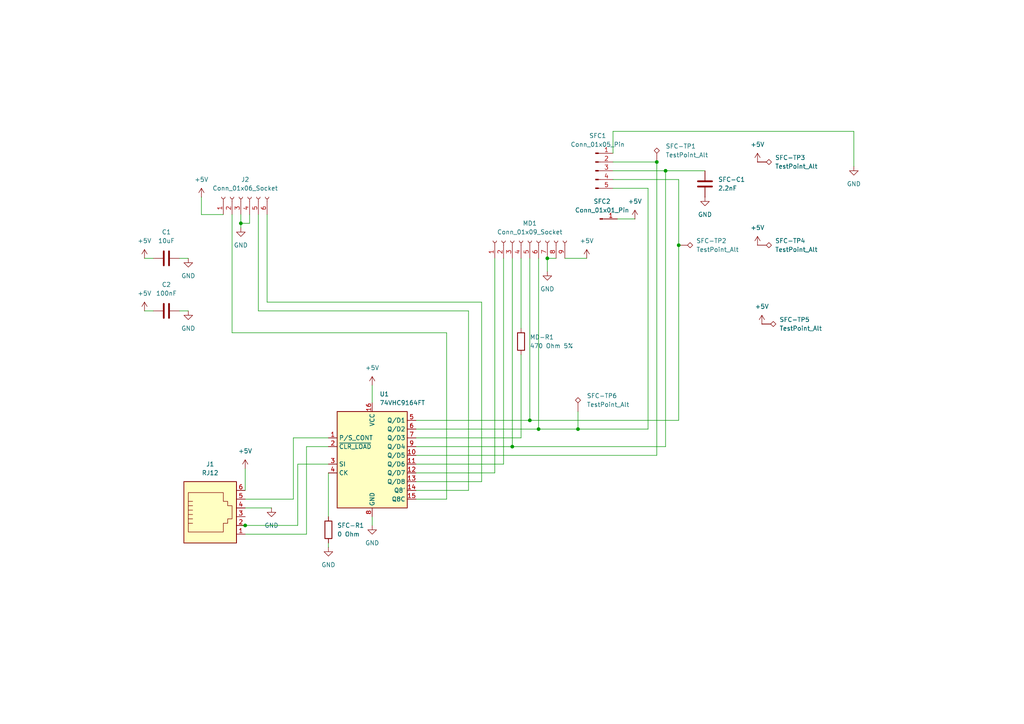
<source format=kicad_sch>
(kicad_sch
	(version 20250114)
	(generator "eeschema")
	(generator_version "9.0")
	(uuid "57790297-21ee-4532-bd10-fc40752b9a93")
	(paper "A4")
	(lib_symbols
		(symbol "74xx:74VHC9164FT"
			(exclude_from_sim no)
			(in_bom yes)
			(on_board yes)
			(property "Reference" "U"
				(at 5.08 16.51 0)
				(effects
					(font
						(size 1.27 1.27)
					)
				)
			)
			(property "Value" "74VHC9164FT"
				(at -8.89 16.51 0)
				(effects
					(font
						(size 1.27 1.27)
					)
				)
			)
			(property "Footprint" "Package_SO:TSSOP-16_4.4x5mm_P0.65mm"
				(at 0 0 0)
				(effects
					(font
						(size 1.27 1.27)
					)
					(hide yes)
				)
			)
			(property "Datasheet" "https://toshiba.semicon-storage.com/info/docget.jsp?did=15655&prodName=74VHC9164FT"
				(at 0 0 0)
				(effects
					(font
						(size 1.27 1.27)
					)
					(hide yes)
				)
			)
			(property "Description" "8-bit Universal Shift Register, 2V to 5.5V, TSSOP-16"
				(at 0 0 0)
				(effects
					(font
						(size 1.27 1.27)
					)
					(hide yes)
				)
			)
			(property "ki_keywords" "shift register universal serial parallel"
				(at 0 0 0)
				(effects
					(font
						(size 1.27 1.27)
					)
					(hide yes)
				)
			)
			(property "ki_fp_filters" "TSSOP*4.4x5mm*P0.65mm*"
				(at 0 0 0)
				(effects
					(font
						(size 1.27 1.27)
					)
					(hide yes)
				)
			)
			(symbol "74VHC9164FT_1_1"
				(rectangle
					(start -10.16 12.7)
					(end 10.16 -15.24)
					(stroke
						(width 0.254)
						(type default)
					)
					(fill
						(type background)
					)
				)
				(pin input line
					(at -12.7 5.08 0)
					(length 2.54)
					(name "P/S_CONT"
						(effects
							(font
								(size 1.27 1.27)
							)
						)
					)
					(number "1"
						(effects
							(font
								(size 1.27 1.27)
							)
						)
					)
				)
				(pin input line
					(at -12.7 2.54 0)
					(length 2.54)
					(name "~{CLR_LOAD}"
						(effects
							(font
								(size 1.27 1.27)
							)
						)
					)
					(number "2"
						(effects
							(font
								(size 1.27 1.27)
							)
						)
					)
				)
				(pin input line
					(at -12.7 -2.54 0)
					(length 2.54)
					(name "SI"
						(effects
							(font
								(size 1.27 1.27)
							)
						)
					)
					(number "3"
						(effects
							(font
								(size 1.27 1.27)
							)
						)
					)
				)
				(pin input line
					(at -12.7 -5.08 0)
					(length 2.54)
					(name "CK"
						(effects
							(font
								(size 1.27 1.27)
							)
						)
					)
					(number "4"
						(effects
							(font
								(size 1.27 1.27)
							)
						)
					)
				)
				(pin power_in line
					(at 0 15.24 270)
					(length 2.54)
					(name "VCC"
						(effects
							(font
								(size 1.27 1.27)
							)
						)
					)
					(number "16"
						(effects
							(font
								(size 1.27 1.27)
							)
						)
					)
				)
				(pin power_in line
					(at 0 -17.78 90)
					(length 2.54)
					(name "GND"
						(effects
							(font
								(size 1.27 1.27)
							)
						)
					)
					(number "8"
						(effects
							(font
								(size 1.27 1.27)
							)
						)
					)
				)
				(pin bidirectional line
					(at 12.7 10.16 180)
					(length 2.54)
					(name "Q/D1"
						(effects
							(font
								(size 1.27 1.27)
							)
						)
					)
					(number "5"
						(effects
							(font
								(size 1.27 1.27)
							)
						)
					)
				)
				(pin bidirectional line
					(at 12.7 7.62 180)
					(length 2.54)
					(name "Q/D2"
						(effects
							(font
								(size 1.27 1.27)
							)
						)
					)
					(number "6"
						(effects
							(font
								(size 1.27 1.27)
							)
						)
					)
				)
				(pin bidirectional line
					(at 12.7 5.08 180)
					(length 2.54)
					(name "Q/D3"
						(effects
							(font
								(size 1.27 1.27)
							)
						)
					)
					(number "7"
						(effects
							(font
								(size 1.27 1.27)
							)
						)
					)
				)
				(pin bidirectional line
					(at 12.7 2.54 180)
					(length 2.54)
					(name "Q/D4"
						(effects
							(font
								(size 1.27 1.27)
							)
						)
					)
					(number "9"
						(effects
							(font
								(size 1.27 1.27)
							)
						)
					)
				)
				(pin bidirectional line
					(at 12.7 0 180)
					(length 2.54)
					(name "Q/D5"
						(effects
							(font
								(size 1.27 1.27)
							)
						)
					)
					(number "10"
						(effects
							(font
								(size 1.27 1.27)
							)
						)
					)
				)
				(pin bidirectional line
					(at 12.7 -2.54 180)
					(length 2.54)
					(name "Q/D6"
						(effects
							(font
								(size 1.27 1.27)
							)
						)
					)
					(number "11"
						(effects
							(font
								(size 1.27 1.27)
							)
						)
					)
				)
				(pin bidirectional line
					(at 12.7 -5.08 180)
					(length 2.54)
					(name "Q/D7"
						(effects
							(font
								(size 1.27 1.27)
							)
						)
					)
					(number "12"
						(effects
							(font
								(size 1.27 1.27)
							)
						)
					)
				)
				(pin bidirectional line
					(at 12.7 -7.62 180)
					(length 2.54)
					(name "Q/D8"
						(effects
							(font
								(size 1.27 1.27)
							)
						)
					)
					(number "13"
						(effects
							(font
								(size 1.27 1.27)
							)
						)
					)
				)
				(pin output line
					(at 12.7 -10.16 180)
					(length 2.54)
					(name "Q8'"
						(effects
							(font
								(size 1.27 1.27)
							)
						)
					)
					(number "14"
						(effects
							(font
								(size 1.27 1.27)
							)
						)
					)
				)
				(pin output line
					(at 12.7 -12.7 180)
					(length 2.54)
					(name "Q8C"
						(effects
							(font
								(size 1.27 1.27)
							)
						)
					)
					(number "15"
						(effects
							(font
								(size 1.27 1.27)
							)
						)
					)
				)
			)
			(embedded_fonts no)
		)
		(symbol "Connector:Conn_01x01_Pin"
			(pin_names
				(offset 1.016)
				(hide yes)
			)
			(exclude_from_sim no)
			(in_bom yes)
			(on_board yes)
			(property "Reference" "J"
				(at 0 2.54 0)
				(effects
					(font
						(size 1.27 1.27)
					)
				)
			)
			(property "Value" "Conn_01x01_Pin"
				(at 0 -2.54 0)
				(effects
					(font
						(size 1.27 1.27)
					)
				)
			)
			(property "Footprint" ""
				(at 0 0 0)
				(effects
					(font
						(size 1.27 1.27)
					)
					(hide yes)
				)
			)
			(property "Datasheet" "~"
				(at 0 0 0)
				(effects
					(font
						(size 1.27 1.27)
					)
					(hide yes)
				)
			)
			(property "Description" "Generic connector, single row, 01x01, script generated"
				(at 0 0 0)
				(effects
					(font
						(size 1.27 1.27)
					)
					(hide yes)
				)
			)
			(property "ki_locked" ""
				(at 0 0 0)
				(effects
					(font
						(size 1.27 1.27)
					)
				)
			)
			(property "ki_keywords" "connector"
				(at 0 0 0)
				(effects
					(font
						(size 1.27 1.27)
					)
					(hide yes)
				)
			)
			(property "ki_fp_filters" "Connector*:*_1x??_*"
				(at 0 0 0)
				(effects
					(font
						(size 1.27 1.27)
					)
					(hide yes)
				)
			)
			(symbol "Conn_01x01_Pin_1_1"
				(rectangle
					(start 0.8636 0.127)
					(end 0 -0.127)
					(stroke
						(width 0.1524)
						(type default)
					)
					(fill
						(type outline)
					)
				)
				(polyline
					(pts
						(xy 1.27 0) (xy 0.8636 0)
					)
					(stroke
						(width 0.1524)
						(type default)
					)
					(fill
						(type none)
					)
				)
				(pin passive line
					(at 5.08 0 180)
					(length 3.81)
					(name "Pin_1"
						(effects
							(font
								(size 1.27 1.27)
							)
						)
					)
					(number "1"
						(effects
							(font
								(size 1.27 1.27)
							)
						)
					)
				)
			)
			(embedded_fonts no)
		)
		(symbol "Connector:Conn_01x05_Pin"
			(pin_names
				(offset 1.016)
				(hide yes)
			)
			(exclude_from_sim no)
			(in_bom yes)
			(on_board yes)
			(property "Reference" "J"
				(at 0 7.62 0)
				(effects
					(font
						(size 1.27 1.27)
					)
				)
			)
			(property "Value" "Conn_01x05_Pin"
				(at 0 -7.62 0)
				(effects
					(font
						(size 1.27 1.27)
					)
				)
			)
			(property "Footprint" ""
				(at 0 0 0)
				(effects
					(font
						(size 1.27 1.27)
					)
					(hide yes)
				)
			)
			(property "Datasheet" "~"
				(at 0 0 0)
				(effects
					(font
						(size 1.27 1.27)
					)
					(hide yes)
				)
			)
			(property "Description" "Generic connector, single row, 01x05, script generated"
				(at 0 0 0)
				(effects
					(font
						(size 1.27 1.27)
					)
					(hide yes)
				)
			)
			(property "ki_locked" ""
				(at 0 0 0)
				(effects
					(font
						(size 1.27 1.27)
					)
				)
			)
			(property "ki_keywords" "connector"
				(at 0 0 0)
				(effects
					(font
						(size 1.27 1.27)
					)
					(hide yes)
				)
			)
			(property "ki_fp_filters" "Connector*:*_1x??_*"
				(at 0 0 0)
				(effects
					(font
						(size 1.27 1.27)
					)
					(hide yes)
				)
			)
			(symbol "Conn_01x05_Pin_1_1"
				(rectangle
					(start 0.8636 5.207)
					(end 0 4.953)
					(stroke
						(width 0.1524)
						(type default)
					)
					(fill
						(type outline)
					)
				)
				(rectangle
					(start 0.8636 2.667)
					(end 0 2.413)
					(stroke
						(width 0.1524)
						(type default)
					)
					(fill
						(type outline)
					)
				)
				(rectangle
					(start 0.8636 0.127)
					(end 0 -0.127)
					(stroke
						(width 0.1524)
						(type default)
					)
					(fill
						(type outline)
					)
				)
				(rectangle
					(start 0.8636 -2.413)
					(end 0 -2.667)
					(stroke
						(width 0.1524)
						(type default)
					)
					(fill
						(type outline)
					)
				)
				(rectangle
					(start 0.8636 -4.953)
					(end 0 -5.207)
					(stroke
						(width 0.1524)
						(type default)
					)
					(fill
						(type outline)
					)
				)
				(polyline
					(pts
						(xy 1.27 5.08) (xy 0.8636 5.08)
					)
					(stroke
						(width 0.1524)
						(type default)
					)
					(fill
						(type none)
					)
				)
				(polyline
					(pts
						(xy 1.27 2.54) (xy 0.8636 2.54)
					)
					(stroke
						(width 0.1524)
						(type default)
					)
					(fill
						(type none)
					)
				)
				(polyline
					(pts
						(xy 1.27 0) (xy 0.8636 0)
					)
					(stroke
						(width 0.1524)
						(type default)
					)
					(fill
						(type none)
					)
				)
				(polyline
					(pts
						(xy 1.27 -2.54) (xy 0.8636 -2.54)
					)
					(stroke
						(width 0.1524)
						(type default)
					)
					(fill
						(type none)
					)
				)
				(polyline
					(pts
						(xy 1.27 -5.08) (xy 0.8636 -5.08)
					)
					(stroke
						(width 0.1524)
						(type default)
					)
					(fill
						(type none)
					)
				)
				(pin passive line
					(at 5.08 5.08 180)
					(length 3.81)
					(name "Pin_1"
						(effects
							(font
								(size 1.27 1.27)
							)
						)
					)
					(number "1"
						(effects
							(font
								(size 1.27 1.27)
							)
						)
					)
				)
				(pin passive line
					(at 5.08 2.54 180)
					(length 3.81)
					(name "Pin_2"
						(effects
							(font
								(size 1.27 1.27)
							)
						)
					)
					(number "2"
						(effects
							(font
								(size 1.27 1.27)
							)
						)
					)
				)
				(pin passive line
					(at 5.08 0 180)
					(length 3.81)
					(name "Pin_3"
						(effects
							(font
								(size 1.27 1.27)
							)
						)
					)
					(number "3"
						(effects
							(font
								(size 1.27 1.27)
							)
						)
					)
				)
				(pin passive line
					(at 5.08 -2.54 180)
					(length 3.81)
					(name "Pin_4"
						(effects
							(font
								(size 1.27 1.27)
							)
						)
					)
					(number "4"
						(effects
							(font
								(size 1.27 1.27)
							)
						)
					)
				)
				(pin passive line
					(at 5.08 -5.08 180)
					(length 3.81)
					(name "Pin_5"
						(effects
							(font
								(size 1.27 1.27)
							)
						)
					)
					(number "5"
						(effects
							(font
								(size 1.27 1.27)
							)
						)
					)
				)
			)
			(embedded_fonts no)
		)
		(symbol "Connector:Conn_01x06_Socket"
			(pin_names
				(offset 1.016)
				(hide yes)
			)
			(exclude_from_sim no)
			(in_bom yes)
			(on_board yes)
			(property "Reference" "J"
				(at 0 7.62 0)
				(effects
					(font
						(size 1.27 1.27)
					)
				)
			)
			(property "Value" "Conn_01x06_Socket"
				(at 0 -10.16 0)
				(effects
					(font
						(size 1.27 1.27)
					)
				)
			)
			(property "Footprint" ""
				(at 0 0 0)
				(effects
					(font
						(size 1.27 1.27)
					)
					(hide yes)
				)
			)
			(property "Datasheet" "~"
				(at 0 0 0)
				(effects
					(font
						(size 1.27 1.27)
					)
					(hide yes)
				)
			)
			(property "Description" "Generic connector, single row, 01x06, script generated"
				(at 0 0 0)
				(effects
					(font
						(size 1.27 1.27)
					)
					(hide yes)
				)
			)
			(property "ki_locked" ""
				(at 0 0 0)
				(effects
					(font
						(size 1.27 1.27)
					)
				)
			)
			(property "ki_keywords" "connector"
				(at 0 0 0)
				(effects
					(font
						(size 1.27 1.27)
					)
					(hide yes)
				)
			)
			(property "ki_fp_filters" "Connector*:*_1x??_*"
				(at 0 0 0)
				(effects
					(font
						(size 1.27 1.27)
					)
					(hide yes)
				)
			)
			(symbol "Conn_01x06_Socket_1_1"
				(polyline
					(pts
						(xy -1.27 5.08) (xy -0.508 5.08)
					)
					(stroke
						(width 0.1524)
						(type default)
					)
					(fill
						(type none)
					)
				)
				(polyline
					(pts
						(xy -1.27 2.54) (xy -0.508 2.54)
					)
					(stroke
						(width 0.1524)
						(type default)
					)
					(fill
						(type none)
					)
				)
				(polyline
					(pts
						(xy -1.27 0) (xy -0.508 0)
					)
					(stroke
						(width 0.1524)
						(type default)
					)
					(fill
						(type none)
					)
				)
				(polyline
					(pts
						(xy -1.27 -2.54) (xy -0.508 -2.54)
					)
					(stroke
						(width 0.1524)
						(type default)
					)
					(fill
						(type none)
					)
				)
				(polyline
					(pts
						(xy -1.27 -5.08) (xy -0.508 -5.08)
					)
					(stroke
						(width 0.1524)
						(type default)
					)
					(fill
						(type none)
					)
				)
				(polyline
					(pts
						(xy -1.27 -7.62) (xy -0.508 -7.62)
					)
					(stroke
						(width 0.1524)
						(type default)
					)
					(fill
						(type none)
					)
				)
				(arc
					(start 0 4.572)
					(mid -0.5058 5.08)
					(end 0 5.588)
					(stroke
						(width 0.1524)
						(type default)
					)
					(fill
						(type none)
					)
				)
				(arc
					(start 0 2.032)
					(mid -0.5058 2.54)
					(end 0 3.048)
					(stroke
						(width 0.1524)
						(type default)
					)
					(fill
						(type none)
					)
				)
				(arc
					(start 0 -0.508)
					(mid -0.5058 0)
					(end 0 0.508)
					(stroke
						(width 0.1524)
						(type default)
					)
					(fill
						(type none)
					)
				)
				(arc
					(start 0 -3.048)
					(mid -0.5058 -2.54)
					(end 0 -2.032)
					(stroke
						(width 0.1524)
						(type default)
					)
					(fill
						(type none)
					)
				)
				(arc
					(start 0 -5.588)
					(mid -0.5058 -5.08)
					(end 0 -4.572)
					(stroke
						(width 0.1524)
						(type default)
					)
					(fill
						(type none)
					)
				)
				(arc
					(start 0 -8.128)
					(mid -0.5058 -7.62)
					(end 0 -7.112)
					(stroke
						(width 0.1524)
						(type default)
					)
					(fill
						(type none)
					)
				)
				(pin passive line
					(at -5.08 5.08 0)
					(length 3.81)
					(name "Pin_1"
						(effects
							(font
								(size 1.27 1.27)
							)
						)
					)
					(number "1"
						(effects
							(font
								(size 1.27 1.27)
							)
						)
					)
				)
				(pin passive line
					(at -5.08 2.54 0)
					(length 3.81)
					(name "Pin_2"
						(effects
							(font
								(size 1.27 1.27)
							)
						)
					)
					(number "2"
						(effects
							(font
								(size 1.27 1.27)
							)
						)
					)
				)
				(pin passive line
					(at -5.08 0 0)
					(length 3.81)
					(name "Pin_3"
						(effects
							(font
								(size 1.27 1.27)
							)
						)
					)
					(number "3"
						(effects
							(font
								(size 1.27 1.27)
							)
						)
					)
				)
				(pin passive line
					(at -5.08 -2.54 0)
					(length 3.81)
					(name "Pin_4"
						(effects
							(font
								(size 1.27 1.27)
							)
						)
					)
					(number "4"
						(effects
							(font
								(size 1.27 1.27)
							)
						)
					)
				)
				(pin passive line
					(at -5.08 -5.08 0)
					(length 3.81)
					(name "Pin_5"
						(effects
							(font
								(size 1.27 1.27)
							)
						)
					)
					(number "5"
						(effects
							(font
								(size 1.27 1.27)
							)
						)
					)
				)
				(pin passive line
					(at -5.08 -7.62 0)
					(length 3.81)
					(name "Pin_6"
						(effects
							(font
								(size 1.27 1.27)
							)
						)
					)
					(number "6"
						(effects
							(font
								(size 1.27 1.27)
							)
						)
					)
				)
			)
			(embedded_fonts no)
		)
		(symbol "Connector:Conn_01x09_Socket"
			(pin_names
				(offset 1.016)
				(hide yes)
			)
			(exclude_from_sim no)
			(in_bom yes)
			(on_board yes)
			(property "Reference" "J"
				(at 0 12.7 0)
				(effects
					(font
						(size 1.27 1.27)
					)
				)
			)
			(property "Value" "Conn_01x09_Socket"
				(at 0 -12.7 0)
				(effects
					(font
						(size 1.27 1.27)
					)
				)
			)
			(property "Footprint" ""
				(at 0 0 0)
				(effects
					(font
						(size 1.27 1.27)
					)
					(hide yes)
				)
			)
			(property "Datasheet" "~"
				(at 0 0 0)
				(effects
					(font
						(size 1.27 1.27)
					)
					(hide yes)
				)
			)
			(property "Description" "Generic connector, single row, 01x09, script generated"
				(at 0 0 0)
				(effects
					(font
						(size 1.27 1.27)
					)
					(hide yes)
				)
			)
			(property "ki_locked" ""
				(at 0 0 0)
				(effects
					(font
						(size 1.27 1.27)
					)
				)
			)
			(property "ki_keywords" "connector"
				(at 0 0 0)
				(effects
					(font
						(size 1.27 1.27)
					)
					(hide yes)
				)
			)
			(property "ki_fp_filters" "Connector*:*_1x??_*"
				(at 0 0 0)
				(effects
					(font
						(size 1.27 1.27)
					)
					(hide yes)
				)
			)
			(symbol "Conn_01x09_Socket_1_1"
				(polyline
					(pts
						(xy -1.27 10.16) (xy -0.508 10.16)
					)
					(stroke
						(width 0.1524)
						(type default)
					)
					(fill
						(type none)
					)
				)
				(polyline
					(pts
						(xy -1.27 7.62) (xy -0.508 7.62)
					)
					(stroke
						(width 0.1524)
						(type default)
					)
					(fill
						(type none)
					)
				)
				(polyline
					(pts
						(xy -1.27 5.08) (xy -0.508 5.08)
					)
					(stroke
						(width 0.1524)
						(type default)
					)
					(fill
						(type none)
					)
				)
				(polyline
					(pts
						(xy -1.27 2.54) (xy -0.508 2.54)
					)
					(stroke
						(width 0.1524)
						(type default)
					)
					(fill
						(type none)
					)
				)
				(polyline
					(pts
						(xy -1.27 0) (xy -0.508 0)
					)
					(stroke
						(width 0.1524)
						(type default)
					)
					(fill
						(type none)
					)
				)
				(polyline
					(pts
						(xy -1.27 -2.54) (xy -0.508 -2.54)
					)
					(stroke
						(width 0.1524)
						(type default)
					)
					(fill
						(type none)
					)
				)
				(polyline
					(pts
						(xy -1.27 -5.08) (xy -0.508 -5.08)
					)
					(stroke
						(width 0.1524)
						(type default)
					)
					(fill
						(type none)
					)
				)
				(polyline
					(pts
						(xy -1.27 -7.62) (xy -0.508 -7.62)
					)
					(stroke
						(width 0.1524)
						(type default)
					)
					(fill
						(type none)
					)
				)
				(polyline
					(pts
						(xy -1.27 -10.16) (xy -0.508 -10.16)
					)
					(stroke
						(width 0.1524)
						(type default)
					)
					(fill
						(type none)
					)
				)
				(arc
					(start 0 9.652)
					(mid -0.5058 10.16)
					(end 0 10.668)
					(stroke
						(width 0.1524)
						(type default)
					)
					(fill
						(type none)
					)
				)
				(arc
					(start 0 7.112)
					(mid -0.5058 7.62)
					(end 0 8.128)
					(stroke
						(width 0.1524)
						(type default)
					)
					(fill
						(type none)
					)
				)
				(arc
					(start 0 4.572)
					(mid -0.5058 5.08)
					(end 0 5.588)
					(stroke
						(width 0.1524)
						(type default)
					)
					(fill
						(type none)
					)
				)
				(arc
					(start 0 2.032)
					(mid -0.5058 2.54)
					(end 0 3.048)
					(stroke
						(width 0.1524)
						(type default)
					)
					(fill
						(type none)
					)
				)
				(arc
					(start 0 -0.508)
					(mid -0.5058 0)
					(end 0 0.508)
					(stroke
						(width 0.1524)
						(type default)
					)
					(fill
						(type none)
					)
				)
				(arc
					(start 0 -3.048)
					(mid -0.5058 -2.54)
					(end 0 -2.032)
					(stroke
						(width 0.1524)
						(type default)
					)
					(fill
						(type none)
					)
				)
				(arc
					(start 0 -5.588)
					(mid -0.5058 -5.08)
					(end 0 -4.572)
					(stroke
						(width 0.1524)
						(type default)
					)
					(fill
						(type none)
					)
				)
				(arc
					(start 0 -8.128)
					(mid -0.5058 -7.62)
					(end 0 -7.112)
					(stroke
						(width 0.1524)
						(type default)
					)
					(fill
						(type none)
					)
				)
				(arc
					(start 0 -10.668)
					(mid -0.5058 -10.16)
					(end 0 -9.652)
					(stroke
						(width 0.1524)
						(type default)
					)
					(fill
						(type none)
					)
				)
				(pin passive line
					(at -5.08 10.16 0)
					(length 3.81)
					(name "Pin_1"
						(effects
							(font
								(size 1.27 1.27)
							)
						)
					)
					(number "1"
						(effects
							(font
								(size 1.27 1.27)
							)
						)
					)
				)
				(pin passive line
					(at -5.08 7.62 0)
					(length 3.81)
					(name "Pin_2"
						(effects
							(font
								(size 1.27 1.27)
							)
						)
					)
					(number "2"
						(effects
							(font
								(size 1.27 1.27)
							)
						)
					)
				)
				(pin passive line
					(at -5.08 5.08 0)
					(length 3.81)
					(name "Pin_3"
						(effects
							(font
								(size 1.27 1.27)
							)
						)
					)
					(number "3"
						(effects
							(font
								(size 1.27 1.27)
							)
						)
					)
				)
				(pin passive line
					(at -5.08 2.54 0)
					(length 3.81)
					(name "Pin_4"
						(effects
							(font
								(size 1.27 1.27)
							)
						)
					)
					(number "4"
						(effects
							(font
								(size 1.27 1.27)
							)
						)
					)
				)
				(pin passive line
					(at -5.08 0 0)
					(length 3.81)
					(name "Pin_5"
						(effects
							(font
								(size 1.27 1.27)
							)
						)
					)
					(number "5"
						(effects
							(font
								(size 1.27 1.27)
							)
						)
					)
				)
				(pin passive line
					(at -5.08 -2.54 0)
					(length 3.81)
					(name "Pin_6"
						(effects
							(font
								(size 1.27 1.27)
							)
						)
					)
					(number "6"
						(effects
							(font
								(size 1.27 1.27)
							)
						)
					)
				)
				(pin passive line
					(at -5.08 -5.08 0)
					(length 3.81)
					(name "Pin_7"
						(effects
							(font
								(size 1.27 1.27)
							)
						)
					)
					(number "7"
						(effects
							(font
								(size 1.27 1.27)
							)
						)
					)
				)
				(pin passive line
					(at -5.08 -7.62 0)
					(length 3.81)
					(name "Pin_8"
						(effects
							(font
								(size 1.27 1.27)
							)
						)
					)
					(number "8"
						(effects
							(font
								(size 1.27 1.27)
							)
						)
					)
				)
				(pin passive line
					(at -5.08 -10.16 0)
					(length 3.81)
					(name "Pin_9"
						(effects
							(font
								(size 1.27 1.27)
							)
						)
					)
					(number "9"
						(effects
							(font
								(size 1.27 1.27)
							)
						)
					)
				)
			)
			(embedded_fonts no)
		)
		(symbol "Connector:RJ12"
			(pin_names
				(offset 1.016)
			)
			(exclude_from_sim no)
			(in_bom yes)
			(on_board yes)
			(property "Reference" "J"
				(at -5.08 11.43 0)
				(effects
					(font
						(size 1.27 1.27)
					)
					(justify right)
				)
			)
			(property "Value" "RJ12"
				(at 2.54 11.43 0)
				(effects
					(font
						(size 1.27 1.27)
					)
					(justify left)
				)
			)
			(property "Footprint" ""
				(at 0 0.635 90)
				(effects
					(font
						(size 1.27 1.27)
					)
					(hide yes)
				)
			)
			(property "Datasheet" "~"
				(at 0 0.635 90)
				(effects
					(font
						(size 1.27 1.27)
					)
					(hide yes)
				)
			)
			(property "Description" "RJ connector, 6P6C (6 positions 6 connected)"
				(at 0 0 0)
				(effects
					(font
						(size 1.27 1.27)
					)
					(hide yes)
				)
			)
			(property "ki_keywords" "6P6C RJ socket connector"
				(at 0 0 0)
				(effects
					(font
						(size 1.27 1.27)
					)
					(hide yes)
				)
			)
			(property "ki_fp_filters" "6P6C* RJ12* RJ18* RJ25*"
				(at 0 0 0)
				(effects
					(font
						(size 1.27 1.27)
					)
					(hide yes)
				)
			)
			(symbol "RJ12_0_1"
				(polyline
					(pts
						(xy -6.35 3.175) (xy -5.08 3.175) (xy -5.08 3.175)
					)
					(stroke
						(width 0)
						(type default)
					)
					(fill
						(type none)
					)
				)
				(polyline
					(pts
						(xy -6.35 1.905) (xy -5.08 1.905) (xy -5.08 1.905)
					)
					(stroke
						(width 0)
						(type default)
					)
					(fill
						(type none)
					)
				)
				(polyline
					(pts
						(xy -6.35 0.635) (xy -5.08 0.635) (xy -5.08 0.635)
					)
					(stroke
						(width 0)
						(type default)
					)
					(fill
						(type none)
					)
				)
				(polyline
					(pts
						(xy -6.35 -0.635) (xy -5.08 -0.635) (xy -5.08 -0.635)
					)
					(stroke
						(width 0)
						(type default)
					)
					(fill
						(type none)
					)
				)
				(polyline
					(pts
						(xy -6.35 -1.905) (xy -5.08 -1.905) (xy -5.08 -1.905)
					)
					(stroke
						(width 0)
						(type default)
					)
					(fill
						(type none)
					)
				)
				(polyline
					(pts
						(xy -6.35 -4.445) (xy -6.35 6.985) (xy 3.81 6.985) (xy 3.81 4.445) (xy 5.08 4.445) (xy 5.08 3.175)
						(xy 6.35 3.175) (xy 6.35 -0.635) (xy 5.08 -0.635) (xy 5.08 -1.905) (xy 3.81 -1.905) (xy 3.81 -4.445)
						(xy -6.35 -4.445) (xy -6.35 -4.445)
					)
					(stroke
						(width 0)
						(type default)
					)
					(fill
						(type none)
					)
				)
				(polyline
					(pts
						(xy -5.08 4.445) (xy -6.35 4.445) (xy -6.35 4.445)
					)
					(stroke
						(width 0)
						(type default)
					)
					(fill
						(type none)
					)
				)
				(rectangle
					(start 7.62 10.16)
					(end -7.62 -7.62)
					(stroke
						(width 0.254)
						(type default)
					)
					(fill
						(type background)
					)
				)
			)
			(symbol "RJ12_1_1"
				(pin passive line
					(at 10.16 7.62 180)
					(length 2.54)
					(name "~"
						(effects
							(font
								(size 1.27 1.27)
							)
						)
					)
					(number "6"
						(effects
							(font
								(size 1.27 1.27)
							)
						)
					)
				)
				(pin passive line
					(at 10.16 5.08 180)
					(length 2.54)
					(name "~"
						(effects
							(font
								(size 1.27 1.27)
							)
						)
					)
					(number "5"
						(effects
							(font
								(size 1.27 1.27)
							)
						)
					)
				)
				(pin passive line
					(at 10.16 2.54 180)
					(length 2.54)
					(name "~"
						(effects
							(font
								(size 1.27 1.27)
							)
						)
					)
					(number "4"
						(effects
							(font
								(size 1.27 1.27)
							)
						)
					)
				)
				(pin passive line
					(at 10.16 0 180)
					(length 2.54)
					(name "~"
						(effects
							(font
								(size 1.27 1.27)
							)
						)
					)
					(number "3"
						(effects
							(font
								(size 1.27 1.27)
							)
						)
					)
				)
				(pin passive line
					(at 10.16 -2.54 180)
					(length 2.54)
					(name "~"
						(effects
							(font
								(size 1.27 1.27)
							)
						)
					)
					(number "2"
						(effects
							(font
								(size 1.27 1.27)
							)
						)
					)
				)
				(pin passive line
					(at 10.16 -5.08 180)
					(length 2.54)
					(name "~"
						(effects
							(font
								(size 1.27 1.27)
							)
						)
					)
					(number "1"
						(effects
							(font
								(size 1.27 1.27)
							)
						)
					)
				)
			)
			(embedded_fonts no)
		)
		(symbol "Connector:TestPoint_Alt"
			(pin_numbers
				(hide yes)
			)
			(pin_names
				(offset 0.762)
				(hide yes)
			)
			(exclude_from_sim no)
			(in_bom yes)
			(on_board yes)
			(property "Reference" "TP"
				(at 0 6.858 0)
				(effects
					(font
						(size 1.27 1.27)
					)
				)
			)
			(property "Value" "TestPoint_Alt"
				(at 0 5.08 0)
				(effects
					(font
						(size 1.27 1.27)
					)
				)
			)
			(property "Footprint" ""
				(at 5.08 0 0)
				(effects
					(font
						(size 1.27 1.27)
					)
					(hide yes)
				)
			)
			(property "Datasheet" "~"
				(at 5.08 0 0)
				(effects
					(font
						(size 1.27 1.27)
					)
					(hide yes)
				)
			)
			(property "Description" "test point (alternative shape)"
				(at 0 0 0)
				(effects
					(font
						(size 1.27 1.27)
					)
					(hide yes)
				)
			)
			(property "ki_keywords" "test point tp"
				(at 0 0 0)
				(effects
					(font
						(size 1.27 1.27)
					)
					(hide yes)
				)
			)
			(property "ki_fp_filters" "Pin* Test*"
				(at 0 0 0)
				(effects
					(font
						(size 1.27 1.27)
					)
					(hide yes)
				)
			)
			(symbol "TestPoint_Alt_0_1"
				(polyline
					(pts
						(xy 0 2.54) (xy -0.762 3.302) (xy 0 4.064) (xy 0.762 3.302) (xy 0 2.54)
					)
					(stroke
						(width 0)
						(type default)
					)
					(fill
						(type none)
					)
				)
			)
			(symbol "TestPoint_Alt_1_1"
				(pin passive line
					(at 0 0 90)
					(length 2.54)
					(name "1"
						(effects
							(font
								(size 1.27 1.27)
							)
						)
					)
					(number "1"
						(effects
							(font
								(size 1.27 1.27)
							)
						)
					)
				)
			)
			(embedded_fonts no)
		)
		(symbol "Device:C"
			(pin_numbers
				(hide yes)
			)
			(pin_names
				(offset 0.254)
			)
			(exclude_from_sim no)
			(in_bom yes)
			(on_board yes)
			(property "Reference" "C"
				(at 0.635 2.54 0)
				(effects
					(font
						(size 1.27 1.27)
					)
					(justify left)
				)
			)
			(property "Value" "C"
				(at 0.635 -2.54 0)
				(effects
					(font
						(size 1.27 1.27)
					)
					(justify left)
				)
			)
			(property "Footprint" ""
				(at 0.9652 -3.81 0)
				(effects
					(font
						(size 1.27 1.27)
					)
					(hide yes)
				)
			)
			(property "Datasheet" "~"
				(at 0 0 0)
				(effects
					(font
						(size 1.27 1.27)
					)
					(hide yes)
				)
			)
			(property "Description" "Unpolarized capacitor"
				(at 0 0 0)
				(effects
					(font
						(size 1.27 1.27)
					)
					(hide yes)
				)
			)
			(property "ki_keywords" "cap capacitor"
				(at 0 0 0)
				(effects
					(font
						(size 1.27 1.27)
					)
					(hide yes)
				)
			)
			(property "ki_fp_filters" "C_*"
				(at 0 0 0)
				(effects
					(font
						(size 1.27 1.27)
					)
					(hide yes)
				)
			)
			(symbol "C_0_1"
				(polyline
					(pts
						(xy -2.032 0.762) (xy 2.032 0.762)
					)
					(stroke
						(width 0.508)
						(type default)
					)
					(fill
						(type none)
					)
				)
				(polyline
					(pts
						(xy -2.032 -0.762) (xy 2.032 -0.762)
					)
					(stroke
						(width 0.508)
						(type default)
					)
					(fill
						(type none)
					)
				)
			)
			(symbol "C_1_1"
				(pin passive line
					(at 0 3.81 270)
					(length 2.794)
					(name "~"
						(effects
							(font
								(size 1.27 1.27)
							)
						)
					)
					(number "1"
						(effects
							(font
								(size 1.27 1.27)
							)
						)
					)
				)
				(pin passive line
					(at 0 -3.81 90)
					(length 2.794)
					(name "~"
						(effects
							(font
								(size 1.27 1.27)
							)
						)
					)
					(number "2"
						(effects
							(font
								(size 1.27 1.27)
							)
						)
					)
				)
			)
			(embedded_fonts no)
		)
		(symbol "Device:R"
			(pin_numbers
				(hide yes)
			)
			(pin_names
				(offset 0)
			)
			(exclude_from_sim no)
			(in_bom yes)
			(on_board yes)
			(property "Reference" "R"
				(at 2.032 0 90)
				(effects
					(font
						(size 1.27 1.27)
					)
				)
			)
			(property "Value" "R"
				(at 0 0 90)
				(effects
					(font
						(size 1.27 1.27)
					)
				)
			)
			(property "Footprint" ""
				(at -1.778 0 90)
				(effects
					(font
						(size 1.27 1.27)
					)
					(hide yes)
				)
			)
			(property "Datasheet" "~"
				(at 0 0 0)
				(effects
					(font
						(size 1.27 1.27)
					)
					(hide yes)
				)
			)
			(property "Description" "Resistor"
				(at 0 0 0)
				(effects
					(font
						(size 1.27 1.27)
					)
					(hide yes)
				)
			)
			(property "ki_keywords" "R res resistor"
				(at 0 0 0)
				(effects
					(font
						(size 1.27 1.27)
					)
					(hide yes)
				)
			)
			(property "ki_fp_filters" "R_*"
				(at 0 0 0)
				(effects
					(font
						(size 1.27 1.27)
					)
					(hide yes)
				)
			)
			(symbol "R_0_1"
				(rectangle
					(start -1.016 -2.54)
					(end 1.016 2.54)
					(stroke
						(width 0.254)
						(type default)
					)
					(fill
						(type none)
					)
				)
			)
			(symbol "R_1_1"
				(pin passive line
					(at 0 3.81 270)
					(length 1.27)
					(name "~"
						(effects
							(font
								(size 1.27 1.27)
							)
						)
					)
					(number "1"
						(effects
							(font
								(size 1.27 1.27)
							)
						)
					)
				)
				(pin passive line
					(at 0 -3.81 90)
					(length 1.27)
					(name "~"
						(effects
							(font
								(size 1.27 1.27)
							)
						)
					)
					(number "2"
						(effects
							(font
								(size 1.27 1.27)
							)
						)
					)
				)
			)
			(embedded_fonts no)
		)
		(symbol "power:+5V"
			(power)
			(pin_numbers
				(hide yes)
			)
			(pin_names
				(offset 0)
				(hide yes)
			)
			(exclude_from_sim no)
			(in_bom yes)
			(on_board yes)
			(property "Reference" "#PWR"
				(at 0 -3.81 0)
				(effects
					(font
						(size 1.27 1.27)
					)
					(hide yes)
				)
			)
			(property "Value" "+5V"
				(at 0 3.556 0)
				(effects
					(font
						(size 1.27 1.27)
					)
				)
			)
			(property "Footprint" ""
				(at 0 0 0)
				(effects
					(font
						(size 1.27 1.27)
					)
					(hide yes)
				)
			)
			(property "Datasheet" ""
				(at 0 0 0)
				(effects
					(font
						(size 1.27 1.27)
					)
					(hide yes)
				)
			)
			(property "Description" "Power symbol creates a global label with name \"+5V\""
				(at 0 0 0)
				(effects
					(font
						(size 1.27 1.27)
					)
					(hide yes)
				)
			)
			(property "ki_keywords" "global power"
				(at 0 0 0)
				(effects
					(font
						(size 1.27 1.27)
					)
					(hide yes)
				)
			)
			(symbol "+5V_0_1"
				(polyline
					(pts
						(xy -0.762 1.27) (xy 0 2.54)
					)
					(stroke
						(width 0)
						(type default)
					)
					(fill
						(type none)
					)
				)
				(polyline
					(pts
						(xy 0 2.54) (xy 0.762 1.27)
					)
					(stroke
						(width 0)
						(type default)
					)
					(fill
						(type none)
					)
				)
				(polyline
					(pts
						(xy 0 0) (xy 0 2.54)
					)
					(stroke
						(width 0)
						(type default)
					)
					(fill
						(type none)
					)
				)
			)
			(symbol "+5V_1_1"
				(pin power_in line
					(at 0 0 90)
					(length 0)
					(name "~"
						(effects
							(font
								(size 1.27 1.27)
							)
						)
					)
					(number "1"
						(effects
							(font
								(size 1.27 1.27)
							)
						)
					)
				)
			)
			(embedded_fonts no)
		)
		(symbol "power:GND"
			(power)
			(pin_numbers
				(hide yes)
			)
			(pin_names
				(offset 0)
				(hide yes)
			)
			(exclude_from_sim no)
			(in_bom yes)
			(on_board yes)
			(property "Reference" "#PWR"
				(at 0 -6.35 0)
				(effects
					(font
						(size 1.27 1.27)
					)
					(hide yes)
				)
			)
			(property "Value" "GND"
				(at 0 -3.81 0)
				(effects
					(font
						(size 1.27 1.27)
					)
				)
			)
			(property "Footprint" ""
				(at 0 0 0)
				(effects
					(font
						(size 1.27 1.27)
					)
					(hide yes)
				)
			)
			(property "Datasheet" ""
				(at 0 0 0)
				(effects
					(font
						(size 1.27 1.27)
					)
					(hide yes)
				)
			)
			(property "Description" "Power symbol creates a global label with name \"GND\" , ground"
				(at 0 0 0)
				(effects
					(font
						(size 1.27 1.27)
					)
					(hide yes)
				)
			)
			(property "ki_keywords" "global power"
				(at 0 0 0)
				(effects
					(font
						(size 1.27 1.27)
					)
					(hide yes)
				)
			)
			(symbol "GND_0_1"
				(polyline
					(pts
						(xy 0 0) (xy 0 -1.27) (xy 1.27 -1.27) (xy 0 -2.54) (xy -1.27 -1.27) (xy 0 -1.27)
					)
					(stroke
						(width 0)
						(type default)
					)
					(fill
						(type none)
					)
				)
			)
			(symbol "GND_1_1"
				(pin power_in line
					(at 0 0 270)
					(length 0)
					(name "~"
						(effects
							(font
								(size 1.27 1.27)
							)
						)
					)
					(number "1"
						(effects
							(font
								(size 1.27 1.27)
							)
						)
					)
				)
			)
			(embedded_fonts no)
		)
	)
	(junction
		(at 148.59 129.54)
		(diameter 0)
		(color 0 0 0 0)
		(uuid "1448b371-2a10-40e7-b7a2-ca4e32749e81")
	)
	(junction
		(at 167.64 124.46)
		(diameter 0)
		(color 0 0 0 0)
		(uuid "29a683c4-4e18-46d5-9ec5-090929586beb")
	)
	(junction
		(at 158.75 74.93)
		(diameter 0)
		(color 0 0 0 0)
		(uuid "50337133-960a-4bdf-a7b4-57cace6a0a26")
	)
	(junction
		(at 156.21 124.46)
		(diameter 0)
		(color 0 0 0 0)
		(uuid "72c202e5-ce08-4a64-814d-bd102ec00bab")
	)
	(junction
		(at 153.67 121.92)
		(diameter 0)
		(color 0 0 0 0)
		(uuid "77ab0007-3479-438a-a1bd-1d9c5854d52a")
	)
	(junction
		(at 196.85 71.12)
		(diameter 0)
		(color 0 0 0 0)
		(uuid "7dd1f95e-a145-40e2-8ae9-bdb0d23a07d3")
	)
	(junction
		(at 69.85 64.77)
		(diameter 0)
		(color 0 0 0 0)
		(uuid "8a72b96c-4bb8-4155-80ae-f19ca082e30d")
	)
	(junction
		(at 71.12 152.4)
		(diameter 0)
		(color 0 0 0 0)
		(uuid "97f966bc-2b13-4ccd-8a17-9382b6b84c8e")
	)
	(junction
		(at 190.5 46.99)
		(diameter 0)
		(color 0 0 0 0)
		(uuid "a0068a52-733f-4cb9-830c-68a5cf54d678")
	)
	(junction
		(at 193.04 49.53)
		(diameter 0)
		(color 0 0 0 0)
		(uuid "b7c801ca-8534-40c4-81ac-565e0783a468")
	)
	(wire
		(pts
			(xy 54.61 74.93) (xy 52.07 74.93)
		)
		(stroke
			(width 0)
			(type default)
		)
		(uuid "00515314-883d-4f02-8349-217ecf04e83a")
	)
	(wire
		(pts
			(xy 120.65 121.92) (xy 153.67 121.92)
		)
		(stroke
			(width 0)
			(type default)
		)
		(uuid "05556c57-f3dc-43c9-b64f-4efccc1dfb1c")
	)
	(wire
		(pts
			(xy 153.67 74.93) (xy 153.67 121.92)
		)
		(stroke
			(width 0)
			(type default)
		)
		(uuid "0d87565b-7c6a-4999-b2b8-be444b1693a1")
	)
	(wire
		(pts
			(xy 179.07 63.5) (xy 184.15 63.5)
		)
		(stroke
			(width 0)
			(type default)
		)
		(uuid "18316e11-9d00-4711-a6f1-92e79a1b0cfb")
	)
	(wire
		(pts
			(xy 67.31 96.52) (xy 67.31 62.23)
		)
		(stroke
			(width 0)
			(type default)
		)
		(uuid "1d744bdf-9e12-4997-b50f-cecb4c0c9d7b")
	)
	(wire
		(pts
			(xy 196.85 71.12) (xy 196.85 121.92)
		)
		(stroke
			(width 0)
			(type default)
		)
		(uuid "26a38ce9-9fd6-4809-97ad-e4adece103b4")
	)
	(wire
		(pts
			(xy 187.96 54.61) (xy 177.8 54.61)
		)
		(stroke
			(width 0)
			(type default)
		)
		(uuid "293c63a0-e0d5-4b9b-ae26-d27d25ea8239")
	)
	(wire
		(pts
			(xy 86.36 134.62) (xy 86.36 152.4)
		)
		(stroke
			(width 0)
			(type default)
		)
		(uuid "31ec8d74-cf84-48ad-8e67-a797ce89c192")
	)
	(wire
		(pts
			(xy 120.65 132.08) (xy 190.5 132.08)
		)
		(stroke
			(width 0)
			(type default)
		)
		(uuid "36d83d2d-a62c-49cf-b445-3cb204311569")
	)
	(wire
		(pts
			(xy 88.9 154.94) (xy 71.12 154.94)
		)
		(stroke
			(width 0)
			(type default)
		)
		(uuid "3779071e-4de4-4ad7-8dfa-1d51d02bcc5a")
	)
	(wire
		(pts
			(xy 85.09 144.78) (xy 71.12 144.78)
		)
		(stroke
			(width 0)
			(type default)
		)
		(uuid "38388f8c-9a13-4faa-a459-d2d205eb1069")
	)
	(wire
		(pts
			(xy 148.59 129.54) (xy 193.04 129.54)
		)
		(stroke
			(width 0)
			(type default)
		)
		(uuid "393e7c0f-0181-477d-a600-29324f14e4eb")
	)
	(wire
		(pts
			(xy 190.5 132.08) (xy 190.5 46.99)
		)
		(stroke
			(width 0)
			(type default)
		)
		(uuid "3d33ed22-07fd-44ac-9ebd-21edbf6ff9ff")
	)
	(wire
		(pts
			(xy 146.05 134.62) (xy 146.05 74.93)
		)
		(stroke
			(width 0)
			(type default)
		)
		(uuid "408399f4-2560-40c5-89b2-985f1960a32a")
	)
	(wire
		(pts
			(xy 120.65 139.7) (xy 139.7 139.7)
		)
		(stroke
			(width 0)
			(type default)
		)
		(uuid "44be1edd-65c1-4ce2-a8ac-08ba0e594fbe")
	)
	(wire
		(pts
			(xy 193.04 129.54) (xy 193.04 49.53)
		)
		(stroke
			(width 0)
			(type default)
		)
		(uuid "45e2b804-1180-4c80-a1e5-e49c1fb90be5")
	)
	(wire
		(pts
			(xy 107.95 149.86) (xy 107.95 152.4)
		)
		(stroke
			(width 0)
			(type default)
		)
		(uuid "45fda054-4294-473d-aa15-cbd76f734e96")
	)
	(wire
		(pts
			(xy 69.85 152.4) (xy 71.12 152.4)
		)
		(stroke
			(width 0)
			(type default)
		)
		(uuid "46134797-a566-4c51-b12d-b0778039a6b2")
	)
	(wire
		(pts
			(xy 120.65 137.16) (xy 143.51 137.16)
		)
		(stroke
			(width 0)
			(type default)
		)
		(uuid "4688d511-a329-4d7b-93bc-848fce893491")
	)
	(wire
		(pts
			(xy 167.64 124.46) (xy 187.96 124.46)
		)
		(stroke
			(width 0)
			(type default)
		)
		(uuid "476bae5f-f492-47aa-bbea-85129874ef87")
	)
	(wire
		(pts
			(xy 41.91 90.17) (xy 44.45 90.17)
		)
		(stroke
			(width 0)
			(type default)
		)
		(uuid "4b5cd98c-6b57-40c4-8bbe-00497ba02495")
	)
	(wire
		(pts
			(xy 72.39 64.77) (xy 69.85 64.77)
		)
		(stroke
			(width 0)
			(type default)
		)
		(uuid "4cb4af54-224c-4ece-9f4f-d5a8ba1d8ee7")
	)
	(wire
		(pts
			(xy 151.13 127) (xy 120.65 127)
		)
		(stroke
			(width 0)
			(type default)
		)
		(uuid "55485c34-cbb7-4836-a6be-4b05f6e06052")
	)
	(wire
		(pts
			(xy 190.5 46.99) (xy 177.8 46.99)
		)
		(stroke
			(width 0)
			(type default)
		)
		(uuid "55e1f467-593d-4c07-b25c-6e212bc32370")
	)
	(wire
		(pts
			(xy 95.25 134.62) (xy 86.36 134.62)
		)
		(stroke
			(width 0)
			(type default)
		)
		(uuid "57818135-9ec1-43df-b49a-71428487f340")
	)
	(wire
		(pts
			(xy 95.25 127) (xy 85.09 127)
		)
		(stroke
			(width 0)
			(type default)
		)
		(uuid "593f0b68-587a-4d9b-aa30-4570d74143a4")
	)
	(wire
		(pts
			(xy 120.65 129.54) (xy 148.59 129.54)
		)
		(stroke
			(width 0)
			(type default)
		)
		(uuid "5a46190f-ac75-4a5d-823b-fc757835fe89")
	)
	(wire
		(pts
			(xy 161.29 74.93) (xy 158.75 74.93)
		)
		(stroke
			(width 0)
			(type default)
		)
		(uuid "5b81e913-53ba-41de-b500-103eb573957a")
	)
	(wire
		(pts
			(xy 151.13 74.93) (xy 151.13 95.25)
		)
		(stroke
			(width 0)
			(type default)
		)
		(uuid "61c86667-d2ad-425d-8b0c-e5a1d279f93f")
	)
	(wire
		(pts
			(xy 120.65 134.62) (xy 146.05 134.62)
		)
		(stroke
			(width 0)
			(type default)
		)
		(uuid "61f1ec60-f653-456e-86f3-e318d06db934")
	)
	(wire
		(pts
			(xy 196.85 121.92) (xy 153.67 121.92)
		)
		(stroke
			(width 0)
			(type default)
		)
		(uuid "6461adc6-8f6c-4609-ad06-e64748c67559")
	)
	(wire
		(pts
			(xy 71.12 152.4) (xy 86.36 152.4)
		)
		(stroke
			(width 0)
			(type default)
		)
		(uuid "6468f5b3-6ce8-4471-84c8-385de226417a")
	)
	(wire
		(pts
			(xy 69.85 62.23) (xy 69.85 64.77)
		)
		(stroke
			(width 0)
			(type default)
		)
		(uuid "6d9d15ad-1974-44a5-949f-f414b1067455")
	)
	(wire
		(pts
			(xy 156.21 124.46) (xy 167.64 124.46)
		)
		(stroke
			(width 0)
			(type default)
		)
		(uuid "6e2a21cc-e358-4353-a8a9-cba44e5ba082")
	)
	(wire
		(pts
			(xy 193.04 49.53) (xy 177.8 49.53)
		)
		(stroke
			(width 0)
			(type default)
		)
		(uuid "75d6bc49-51a9-4b9a-bee7-b1736cdd6032")
	)
	(wire
		(pts
			(xy 187.96 124.46) (xy 187.96 54.61)
		)
		(stroke
			(width 0)
			(type default)
		)
		(uuid "78a648a3-a587-40c8-9d5c-a6cda54e1a94")
	)
	(wire
		(pts
			(xy 139.7 139.7) (xy 139.7 87.63)
		)
		(stroke
			(width 0)
			(type default)
		)
		(uuid "7a237677-f867-4cee-b204-7c2d55842c8d")
	)
	(wire
		(pts
			(xy 247.65 48.26) (xy 247.65 38.1)
		)
		(stroke
			(width 0)
			(type default)
		)
		(uuid "7f87b635-7faf-4778-bd50-c7744dd6bc13")
	)
	(wire
		(pts
			(xy 158.75 74.93) (xy 158.75 78.74)
		)
		(stroke
			(width 0)
			(type default)
		)
		(uuid "832edb3b-1d3b-4cb0-b3db-9e258a34ae08")
	)
	(wire
		(pts
			(xy 156.21 124.46) (xy 120.65 124.46)
		)
		(stroke
			(width 0)
			(type default)
		)
		(uuid "86e968eb-4336-44d2-8a92-fe792029378d")
	)
	(wire
		(pts
			(xy 177.8 38.1) (xy 177.8 44.45)
		)
		(stroke
			(width 0)
			(type default)
		)
		(uuid "89b6ec26-d9b2-4485-b3df-ce6396acaeaa")
	)
	(wire
		(pts
			(xy 129.54 96.52) (xy 67.31 96.52)
		)
		(stroke
			(width 0)
			(type default)
		)
		(uuid "8abf77a4-c3ac-4d20-bc02-ab6798a5d74a")
	)
	(wire
		(pts
			(xy 54.61 90.17) (xy 52.07 90.17)
		)
		(stroke
			(width 0)
			(type default)
		)
		(uuid "8d4b4608-40cb-49bb-b73d-482e319f721e")
	)
	(wire
		(pts
			(xy 41.91 74.93) (xy 44.45 74.93)
		)
		(stroke
			(width 0)
			(type default)
		)
		(uuid "9c074f2f-6a53-4081-834f-ed503ea0bae8")
	)
	(wire
		(pts
			(xy 135.89 90.17) (xy 74.93 90.17)
		)
		(stroke
			(width 0)
			(type default)
		)
		(uuid "9ea5773e-feac-4409-865e-faf425297750")
	)
	(wire
		(pts
			(xy 120.65 142.24) (xy 135.89 142.24)
		)
		(stroke
			(width 0)
			(type default)
		)
		(uuid "9ee5ffbf-5136-4d2b-ad2f-a26ef8bcf939")
	)
	(wire
		(pts
			(xy 58.42 62.23) (xy 58.42 57.15)
		)
		(stroke
			(width 0)
			(type default)
		)
		(uuid "a159d680-cc3b-404b-b9bc-be112eac8e2c")
	)
	(wire
		(pts
			(xy 64.77 62.23) (xy 58.42 62.23)
		)
		(stroke
			(width 0)
			(type default)
		)
		(uuid "a3dde8e9-74b6-4576-a51c-818aee163258")
	)
	(wire
		(pts
			(xy 167.64 119.38) (xy 167.64 124.46)
		)
		(stroke
			(width 0)
			(type default)
		)
		(uuid "a4382155-d4e4-418c-a9d9-86b21f027dd2")
	)
	(wire
		(pts
			(xy 129.54 144.78) (xy 129.54 96.52)
		)
		(stroke
			(width 0)
			(type default)
		)
		(uuid "ab756d31-4249-4ba4-92a2-9779f112d4ea")
	)
	(wire
		(pts
			(xy 196.85 52.07) (xy 196.85 71.12)
		)
		(stroke
			(width 0)
			(type default)
		)
		(uuid "ad24e9f9-426a-4b23-acc9-e8f6fea400c1")
	)
	(wire
		(pts
			(xy 74.93 90.17) (xy 74.93 62.23)
		)
		(stroke
			(width 0)
			(type default)
		)
		(uuid "b6f2f0a9-8369-407d-a484-265ba12ee3c7")
	)
	(wire
		(pts
			(xy 156.21 74.93) (xy 156.21 124.46)
		)
		(stroke
			(width 0)
			(type default)
		)
		(uuid "bc24ab2c-4ad5-41fb-92d1-5e61cab213c2")
	)
	(wire
		(pts
			(xy 143.51 137.16) (xy 143.51 74.93)
		)
		(stroke
			(width 0)
			(type default)
		)
		(uuid "bd78b833-e56a-4d4a-9641-7c5fc2570c7a")
	)
	(wire
		(pts
			(xy 72.39 62.23) (xy 72.39 64.77)
		)
		(stroke
			(width 0)
			(type default)
		)
		(uuid "c0a466b5-b444-4f2c-88c3-cc61d7c26c97")
	)
	(wire
		(pts
			(xy 69.85 64.77) (xy 69.85 66.04)
		)
		(stroke
			(width 0)
			(type default)
		)
		(uuid "c272bd68-1b6f-4c31-bdff-e7dea7b3f63b")
	)
	(wire
		(pts
			(xy 135.89 142.24) (xy 135.89 90.17)
		)
		(stroke
			(width 0)
			(type default)
		)
		(uuid "c65b605a-f603-43ef-bf16-9dd99d77babd")
	)
	(wire
		(pts
			(xy 85.09 127) (xy 85.09 144.78)
		)
		(stroke
			(width 0)
			(type default)
		)
		(uuid "c7fb79b5-5e30-4348-bb70-e38db9f58ced")
	)
	(wire
		(pts
			(xy 71.12 135.89) (xy 71.12 142.24)
		)
		(stroke
			(width 0)
			(type default)
		)
		(uuid "c90a1960-43c4-44f9-b5e4-5237656fbdcd")
	)
	(wire
		(pts
			(xy 95.25 137.16) (xy 95.25 149.86)
		)
		(stroke
			(width 0)
			(type default)
		)
		(uuid "cd20d97f-bd57-4c8a-bccd-9501e65a96e5")
	)
	(wire
		(pts
			(xy 77.47 87.63) (xy 77.47 62.23)
		)
		(stroke
			(width 0)
			(type default)
		)
		(uuid "cf029b13-b1f0-47ff-a58f-45f7327583df")
	)
	(wire
		(pts
			(xy 120.65 144.78) (xy 129.54 144.78)
		)
		(stroke
			(width 0)
			(type default)
		)
		(uuid "d3db5e1a-2192-4295-a881-21bfbea8c4aa")
	)
	(wire
		(pts
			(xy 193.04 49.53) (xy 204.47 49.53)
		)
		(stroke
			(width 0)
			(type default)
		)
		(uuid "d6c26d0c-d6a7-4f65-bb81-1b2a8f69f635")
	)
	(wire
		(pts
			(xy 170.18 74.93) (xy 163.83 74.93)
		)
		(stroke
			(width 0)
			(type default)
		)
		(uuid "e1a618d0-a9d9-44a8-b9cc-2e255d247514")
	)
	(wire
		(pts
			(xy 88.9 129.54) (xy 88.9 154.94)
		)
		(stroke
			(width 0)
			(type default)
		)
		(uuid "e1ef3cfb-3d09-45fb-9088-8969b0cdda96")
	)
	(wire
		(pts
			(xy 95.25 157.48) (xy 95.25 158.75)
		)
		(stroke
			(width 0)
			(type default)
		)
		(uuid "e324ce6e-7ebc-4939-a974-60aa23e22c93")
	)
	(wire
		(pts
			(xy 247.65 38.1) (xy 177.8 38.1)
		)
		(stroke
			(width 0)
			(type default)
		)
		(uuid "ee309b41-8da7-43a0-9018-3b8d6ea914c1")
	)
	(wire
		(pts
			(xy 148.59 129.54) (xy 148.59 74.93)
		)
		(stroke
			(width 0)
			(type default)
		)
		(uuid "eecd213a-c05b-4a67-9817-97ddbdac0ef5")
	)
	(wire
		(pts
			(xy 95.25 129.54) (xy 88.9 129.54)
		)
		(stroke
			(width 0)
			(type default)
		)
		(uuid "f28b427a-3ea7-44ac-9b27-9fb6c96d37e0")
	)
	(wire
		(pts
			(xy 177.8 52.07) (xy 196.85 52.07)
		)
		(stroke
			(width 0)
			(type default)
		)
		(uuid "f45a12a3-b134-4cc5-abd0-268b91152738")
	)
	(wire
		(pts
			(xy 107.95 111.76) (xy 107.95 116.84)
		)
		(stroke
			(width 0)
			(type default)
		)
		(uuid "f8c116b6-f619-484b-bea3-4cf824498100")
	)
	(wire
		(pts
			(xy 139.7 87.63) (xy 77.47 87.63)
		)
		(stroke
			(width 0)
			(type default)
		)
		(uuid "faa48c64-9975-417a-8ed2-897847ec0646")
	)
	(wire
		(pts
			(xy 71.12 147.32) (xy 78.74 147.32)
		)
		(stroke
			(width 0)
			(type default)
		)
		(uuid "faa6c349-16cc-4bb2-8089-10861fe54c9c")
	)
	(wire
		(pts
			(xy 151.13 102.87) (xy 151.13 127)
		)
		(stroke
			(width 0)
			(type default)
		)
		(uuid "fd1edfd8-5f93-4abc-aaf4-d2d2ddf63748")
	)
	(symbol
		(lib_id "power:+5V")
		(at 41.91 74.93 0)
		(unit 1)
		(exclude_from_sim no)
		(in_bom yes)
		(on_board yes)
		(dnp no)
		(fields_autoplaced yes)
		(uuid "045b28fe-960b-48bb-944c-be981df720ac")
		(property "Reference" "#PWR011"
			(at 41.91 78.74 0)
			(effects
				(font
					(size 1.27 1.27)
				)
				(hide yes)
			)
		)
		(property "Value" "+5V"
			(at 41.91 69.85 0)
			(effects
				(font
					(size 1.27 1.27)
				)
			)
		)
		(property "Footprint" ""
			(at 41.91 74.93 0)
			(effects
				(font
					(size 1.27 1.27)
				)
				(hide yes)
			)
		)
		(property "Datasheet" ""
			(at 41.91 74.93 0)
			(effects
				(font
					(size 1.27 1.27)
				)
				(hide yes)
			)
		)
		(property "Description" "Power symbol creates a global label with name \"+5V\""
			(at 41.91 74.93 0)
			(effects
				(font
					(size 1.27 1.27)
				)
				(hide yes)
			)
		)
		(pin "1"
			(uuid "c67e3595-351a-47e2-896f-cd5087a5cf37")
		)
		(instances
			(project ""
				(path "/57790297-21ee-4532-bd10-fc40752b9a93"
					(reference "#PWR011")
					(unit 1)
				)
			)
		)
	)
	(symbol
		(lib_id "Connector:Conn_01x05_Pin")
		(at 172.72 49.53 0)
		(unit 1)
		(exclude_from_sim no)
		(in_bom yes)
		(on_board yes)
		(dnp no)
		(fields_autoplaced yes)
		(uuid "0483df48-9ebf-4def-9c51-78abdd0af6ce")
		(property "Reference" "SFC1"
			(at 173.355 39.37 0)
			(effects
				(font
					(size 1.27 1.27)
				)
			)
		)
		(property "Value" "Conn_01x05_Pin"
			(at 173.355 41.91 0)
			(effects
				(font
					(size 1.27 1.27)
				)
			)
		)
		(property "Footprint" "Connector_Molex:Molex_SL_171971-0005_1x05_P2.54mm_Vertical"
			(at 172.72 49.53 0)
			(effects
				(font
					(size 1.27 1.27)
				)
				(hide yes)
			)
		)
		(property "Datasheet" "~"
			(at 172.72 49.53 0)
			(effects
				(font
					(size 1.27 1.27)
				)
				(hide yes)
			)
		)
		(property "Description" "Generic connector, single row, 01x05, script generated"
			(at 172.72 49.53 0)
			(effects
				(font
					(size 1.27 1.27)
				)
				(hide yes)
			)
		)
		(pin "2"
			(uuid "6541a631-5e5c-4941-a8e2-6007e9ca9a87")
		)
		(pin "5"
			(uuid "111c1151-2b31-4a78-a3e7-30ffc1454448")
		)
		(pin "1"
			(uuid "d61eaf17-2fdd-4b98-b570-9386913d11dd")
		)
		(pin "3"
			(uuid "dd0c7993-97dc-407a-ac66-f55570f6f2d1")
		)
		(pin "4"
			(uuid "12ddd8b4-1799-48c5-bd32-d95cdfd9c896")
		)
		(instances
			(project ""
				(path "/57790297-21ee-4532-bd10-fc40752b9a93"
					(reference "SFC1")
					(unit 1)
				)
			)
		)
	)
	(symbol
		(lib_id "power:+5V")
		(at 220.98 93.98 0)
		(unit 1)
		(exclude_from_sim no)
		(in_bom yes)
		(on_board yes)
		(dnp no)
		(fields_autoplaced yes)
		(uuid "0983fb45-3480-4178-b326-db840ad33635")
		(property "Reference" "#PWR021"
			(at 220.98 97.79 0)
			(effects
				(font
					(size 1.27 1.27)
				)
				(hide yes)
			)
		)
		(property "Value" "+5V"
			(at 220.98 88.9 0)
			(effects
				(font
					(size 1.27 1.27)
				)
			)
		)
		(property "Footprint" ""
			(at 220.98 93.98 0)
			(effects
				(font
					(size 1.27 1.27)
				)
				(hide yes)
			)
		)
		(property "Datasheet" ""
			(at 220.98 93.98 0)
			(effects
				(font
					(size 1.27 1.27)
				)
				(hide yes)
			)
		)
		(property "Description" "Power symbol creates a global label with name \"+5V\""
			(at 220.98 93.98 0)
			(effects
				(font
					(size 1.27 1.27)
				)
				(hide yes)
			)
		)
		(pin "1"
			(uuid "db9b7bd0-5c54-4478-adcf-1d28be29f3ca")
		)
		(instances
			(project "Sega Konami Justifier 01"
				(path "/57790297-21ee-4532-bd10-fc40752b9a93"
					(reference "#PWR021")
					(unit 1)
				)
			)
		)
	)
	(symbol
		(lib_id "power:+5V")
		(at 41.91 90.17 0)
		(unit 1)
		(exclude_from_sim no)
		(in_bom yes)
		(on_board yes)
		(dnp no)
		(fields_autoplaced yes)
		(uuid "0f581de1-1c27-4f05-acb2-47ca32d86882")
		(property "Reference" "#PWR013"
			(at 41.91 93.98 0)
			(effects
				(font
					(size 1.27 1.27)
				)
				(hide yes)
			)
		)
		(property "Value" "+5V"
			(at 41.91 85.09 0)
			(effects
				(font
					(size 1.27 1.27)
				)
			)
		)
		(property "Footprint" ""
			(at 41.91 90.17 0)
			(effects
				(font
					(size 1.27 1.27)
				)
				(hide yes)
			)
		)
		(property "Datasheet" ""
			(at 41.91 90.17 0)
			(effects
				(font
					(size 1.27 1.27)
				)
				(hide yes)
			)
		)
		(property "Description" "Power symbol creates a global label with name \"+5V\""
			(at 41.91 90.17 0)
			(effects
				(font
					(size 1.27 1.27)
				)
				(hide yes)
			)
		)
		(pin "1"
			(uuid "b0f12d2a-2d97-4374-9f45-3299d7bee992")
		)
		(instances
			(project "Konami Justifier Main"
				(path "/57790297-21ee-4532-bd10-fc40752b9a93"
					(reference "#PWR013")
					(unit 1)
				)
			)
		)
	)
	(symbol
		(lib_id "power:GND")
		(at 54.61 74.93 0)
		(unit 1)
		(exclude_from_sim no)
		(in_bom yes)
		(on_board yes)
		(dnp no)
		(fields_autoplaced yes)
		(uuid "153a43eb-73e5-4485-b36e-d9d3848d1a0b")
		(property "Reference" "#PWR012"
			(at 54.61 81.28 0)
			(effects
				(font
					(size 1.27 1.27)
				)
				(hide yes)
			)
		)
		(property "Value" "GND"
			(at 54.61 80.01 0)
			(effects
				(font
					(size 1.27 1.27)
				)
			)
		)
		(property "Footprint" ""
			(at 54.61 74.93 0)
			(effects
				(font
					(size 1.27 1.27)
				)
				(hide yes)
			)
		)
		(property "Datasheet" ""
			(at 54.61 74.93 0)
			(effects
				(font
					(size 1.27 1.27)
				)
				(hide yes)
			)
		)
		(property "Description" "Power symbol creates a global label with name \"GND\" , ground"
			(at 54.61 74.93 0)
			(effects
				(font
					(size 1.27 1.27)
				)
				(hide yes)
			)
		)
		(pin "1"
			(uuid "ddb5999f-c376-479d-bd21-8c82007468e2")
		)
		(instances
			(project ""
				(path "/57790297-21ee-4532-bd10-fc40752b9a93"
					(reference "#PWR012")
					(unit 1)
				)
			)
		)
	)
	(symbol
		(lib_id "Connector:Conn_01x01_Pin")
		(at 173.99 63.5 0)
		(unit 1)
		(exclude_from_sim no)
		(in_bom yes)
		(on_board yes)
		(dnp no)
		(fields_autoplaced yes)
		(uuid "16f9dd29-f584-4136-841b-3ebb3e5bd89e")
		(property "Reference" "SFC2"
			(at 174.625 58.42 0)
			(effects
				(font
					(size 1.27 1.27)
				)
			)
		)
		(property "Value" "Conn_01x01_Pin"
			(at 174.625 60.96 0)
			(effects
				(font
					(size 1.27 1.27)
				)
			)
		)
		(property "Footprint" "Connector_Pin:Pin_D1.0mm_L10.0mm_LooseFit"
			(at 173.99 63.5 0)
			(effects
				(font
					(size 1.27 1.27)
				)
				(hide yes)
			)
		)
		(property "Datasheet" "~"
			(at 173.99 63.5 0)
			(effects
				(font
					(size 1.27 1.27)
				)
				(hide yes)
			)
		)
		(property "Description" "Generic connector, single row, 01x01, script generated"
			(at 173.99 63.5 0)
			(effects
				(font
					(size 1.27 1.27)
				)
				(hide yes)
			)
		)
		(pin "1"
			(uuid "5fe7cafb-cfad-4a0a-9268-0b0d0f0927e3")
		)
		(instances
			(project ""
				(path "/57790297-21ee-4532-bd10-fc40752b9a93"
					(reference "SFC2")
					(unit 1)
				)
			)
		)
	)
	(symbol
		(lib_id "power:GND")
		(at 95.25 158.75 0)
		(unit 1)
		(exclude_from_sim no)
		(in_bom yes)
		(on_board yes)
		(dnp no)
		(fields_autoplaced yes)
		(uuid "2b7fb6e6-62fd-466e-8448-1f431920e13f")
		(property "Reference" "#PWR016"
			(at 95.25 165.1 0)
			(effects
				(font
					(size 1.27 1.27)
				)
				(hide yes)
			)
		)
		(property "Value" "GND"
			(at 95.25 163.83 0)
			(effects
				(font
					(size 1.27 1.27)
				)
			)
		)
		(property "Footprint" ""
			(at 95.25 158.75 0)
			(effects
				(font
					(size 1.27 1.27)
				)
				(hide yes)
			)
		)
		(property "Datasheet" ""
			(at 95.25 158.75 0)
			(effects
				(font
					(size 1.27 1.27)
				)
				(hide yes)
			)
		)
		(property "Description" "Power symbol creates a global label with name \"GND\" , ground"
			(at 95.25 158.75 0)
			(effects
				(font
					(size 1.27 1.27)
				)
				(hide yes)
			)
		)
		(pin "1"
			(uuid "0a64aa92-332e-4695-be3d-723b49731efd")
		)
		(instances
			(project "Sega Konami Justifier 01"
				(path "/57790297-21ee-4532-bd10-fc40752b9a93"
					(reference "#PWR016")
					(unit 1)
				)
			)
		)
	)
	(symbol
		(lib_id "power:GND")
		(at 78.74 147.32 0)
		(unit 1)
		(exclude_from_sim no)
		(in_bom yes)
		(on_board yes)
		(dnp no)
		(fields_autoplaced yes)
		(uuid "2fe279df-2d82-433a-907a-2db104ceec24")
		(property "Reference" "#PWR04"
			(at 78.74 153.67 0)
			(effects
				(font
					(size 1.27 1.27)
				)
				(hide yes)
			)
		)
		(property "Value" "GND"
			(at 78.74 152.4 0)
			(effects
				(font
					(size 1.27 1.27)
				)
			)
		)
		(property "Footprint" ""
			(at 78.74 147.32 0)
			(effects
				(font
					(size 1.27 1.27)
				)
				(hide yes)
			)
		)
		(property "Datasheet" ""
			(at 78.74 147.32 0)
			(effects
				(font
					(size 1.27 1.27)
				)
				(hide yes)
			)
		)
		(property "Description" "Power symbol creates a global label with name \"GND\" , ground"
			(at 78.74 147.32 0)
			(effects
				(font
					(size 1.27 1.27)
				)
				(hide yes)
			)
		)
		(pin "1"
			(uuid "70aedc7f-cdbe-4d0e-8192-599abc3c15d4")
		)
		(instances
			(project ""
				(path "/57790297-21ee-4532-bd10-fc40752b9a93"
					(reference "#PWR04")
					(unit 1)
				)
			)
		)
	)
	(symbol
		(lib_id "Connector:TestPoint_Alt")
		(at 219.71 71.12 270)
		(unit 1)
		(exclude_from_sim no)
		(in_bom yes)
		(on_board yes)
		(dnp no)
		(fields_autoplaced yes)
		(uuid "323ba958-1327-47dd-ac68-5b4aec129b44")
		(property "Reference" "SFC-TP4"
			(at 224.79 69.8499 90)
			(effects
				(font
					(size 1.27 1.27)
				)
				(justify left)
			)
		)
		(property "Value" "TestPoint_Alt"
			(at 224.79 72.3899 90)
			(effects
				(font
					(size 1.27 1.27)
				)
				(justify left)
			)
		)
		(property "Footprint" "TestPoint:TestPoint_THTPad_D1.5mm_Drill0.7mm"
			(at 219.71 76.2 0)
			(effects
				(font
					(size 1.27 1.27)
				)
				(hide yes)
			)
		)
		(property "Datasheet" "~"
			(at 219.71 76.2 0)
			(effects
				(font
					(size 1.27 1.27)
				)
				(hide yes)
			)
		)
		(property "Description" "test point (alternative shape)"
			(at 219.71 71.12 0)
			(effects
				(font
					(size 1.27 1.27)
				)
				(hide yes)
			)
		)
		(pin "1"
			(uuid "4de93a19-031f-43b2-a1d9-96872f629489")
		)
		(instances
			(project "Sega Konami Justifier 01"
				(path "/57790297-21ee-4532-bd10-fc40752b9a93"
					(reference "SFC-TP4")
					(unit 1)
				)
			)
		)
	)
	(symbol
		(lib_id "Device:C")
		(at 204.47 53.34 0)
		(unit 1)
		(exclude_from_sim no)
		(in_bom yes)
		(on_board yes)
		(dnp no)
		(fields_autoplaced yes)
		(uuid "33eb4e52-b9c6-4141-8902-943eded121fa")
		(property "Reference" "SFC-C1"
			(at 208.28 52.0699 0)
			(effects
				(font
					(size 1.27 1.27)
				)
				(justify left)
			)
		)
		(property "Value" "2.2nF"
			(at 208.28 54.6099 0)
			(effects
				(font
					(size 1.27 1.27)
				)
				(justify left)
			)
		)
		(property "Footprint" "Capacitor_THT:C_Disc_D7.5mm_W5.0mm_P10.00mm"
			(at 205.4352 57.15 0)
			(effects
				(font
					(size 1.27 1.27)
				)
				(hide yes)
			)
		)
		(property "Datasheet" "~"
			(at 204.47 53.34 0)
			(effects
				(font
					(size 1.27 1.27)
				)
				(hide yes)
			)
		)
		(property "Description" "Unpolarized capacitor"
			(at 204.47 53.34 0)
			(effects
				(font
					(size 1.27 1.27)
				)
				(hide yes)
			)
		)
		(pin "2"
			(uuid "cf109b9d-56ce-4fca-911b-eb2728d8ca38")
		)
		(pin "1"
			(uuid "ab80da77-1898-42e4-9fe7-42d7cee9ab69")
		)
		(instances
			(project ""
				(path "/57790297-21ee-4532-bd10-fc40752b9a93"
					(reference "SFC-C1")
					(unit 1)
				)
			)
		)
	)
	(symbol
		(lib_id "Connector:TestPoint_Alt")
		(at 190.5 46.99 0)
		(unit 1)
		(exclude_from_sim no)
		(in_bom yes)
		(on_board yes)
		(dnp no)
		(fields_autoplaced yes)
		(uuid "3e61b750-39c9-4a82-b96e-7dda3c8d6eff")
		(property "Reference" "SFC-TP1"
			(at 193.04 42.4179 0)
			(effects
				(font
					(size 1.27 1.27)
				)
				(justify left)
			)
		)
		(property "Value" "TestPoint_Alt"
			(at 193.04 44.9579 0)
			(effects
				(font
					(size 1.27 1.27)
				)
				(justify left)
			)
		)
		(property "Footprint" "TestPoint:TestPoint_THTPad_D1.5mm_Drill0.7mm"
			(at 195.58 46.99 0)
			(effects
				(font
					(size 1.27 1.27)
				)
				(hide yes)
			)
		)
		(property "Datasheet" "~"
			(at 195.58 46.99 0)
			(effects
				(font
					(size 1.27 1.27)
				)
				(hide yes)
			)
		)
		(property "Description" "test point (alternative shape)"
			(at 190.5 46.99 0)
			(effects
				(font
					(size 1.27 1.27)
				)
				(hide yes)
			)
		)
		(pin "1"
			(uuid "9f10a2fa-5b80-401a-801b-37c13e603039")
		)
		(instances
			(project ""
				(path "/57790297-21ee-4532-bd10-fc40752b9a93"
					(reference "SFC-TP1")
					(unit 1)
				)
			)
		)
	)
	(symbol
		(lib_id "power:+5V")
		(at 219.71 46.99 0)
		(unit 1)
		(exclude_from_sim no)
		(in_bom yes)
		(on_board yes)
		(dnp no)
		(fields_autoplaced yes)
		(uuid "4512be2c-d146-449c-b9ba-08f349fa5ebb")
		(property "Reference" "#PWR019"
			(at 219.71 50.8 0)
			(effects
				(font
					(size 1.27 1.27)
				)
				(hide yes)
			)
		)
		(property "Value" "+5V"
			(at 219.71 41.91 0)
			(effects
				(font
					(size 1.27 1.27)
				)
			)
		)
		(property "Footprint" ""
			(at 219.71 46.99 0)
			(effects
				(font
					(size 1.27 1.27)
				)
				(hide yes)
			)
		)
		(property "Datasheet" ""
			(at 219.71 46.99 0)
			(effects
				(font
					(size 1.27 1.27)
				)
				(hide yes)
			)
		)
		(property "Description" "Power symbol creates a global label with name \"+5V\""
			(at 219.71 46.99 0)
			(effects
				(font
					(size 1.27 1.27)
				)
				(hide yes)
			)
		)
		(pin "1"
			(uuid "8bc097e2-df9c-4fef-a008-a912b3ca8889")
		)
		(instances
			(project ""
				(path "/57790297-21ee-4532-bd10-fc40752b9a93"
					(reference "#PWR019")
					(unit 1)
				)
			)
		)
	)
	(symbol
		(lib_id "power:+5V")
		(at 170.18 74.93 0)
		(unit 1)
		(exclude_from_sim no)
		(in_bom yes)
		(on_board yes)
		(dnp no)
		(fields_autoplaced yes)
		(uuid "4ba802fd-02a1-41d6-b11a-b6c673059d02")
		(property "Reference" "#PWR010"
			(at 170.18 78.74 0)
			(effects
				(font
					(size 1.27 1.27)
				)
				(hide yes)
			)
		)
		(property "Value" "+5V"
			(at 170.18 69.85 0)
			(effects
				(font
					(size 1.27 1.27)
				)
			)
		)
		(property "Footprint" ""
			(at 170.18 74.93 0)
			(effects
				(font
					(size 1.27 1.27)
				)
				(hide yes)
			)
		)
		(property "Datasheet" ""
			(at 170.18 74.93 0)
			(effects
				(font
					(size 1.27 1.27)
				)
				(hide yes)
			)
		)
		(property "Description" "Power symbol creates a global label with name \"+5V\""
			(at 170.18 74.93 0)
			(effects
				(font
					(size 1.27 1.27)
				)
				(hide yes)
			)
		)
		(pin "1"
			(uuid "f3c6f25a-d73a-4d69-b4b6-891408124f8f")
		)
		(instances
			(project ""
				(path "/57790297-21ee-4532-bd10-fc40752b9a93"
					(reference "#PWR010")
					(unit 1)
				)
			)
		)
	)
	(symbol
		(lib_id "Connector:TestPoint_Alt")
		(at 220.98 93.98 270)
		(unit 1)
		(exclude_from_sim no)
		(in_bom yes)
		(on_board yes)
		(dnp no)
		(fields_autoplaced yes)
		(uuid "7730425c-ca8a-4c93-851f-28f396c993fc")
		(property "Reference" "SFC-TP5"
			(at 226.06 92.7099 90)
			(effects
				(font
					(size 1.27 1.27)
				)
				(justify left)
			)
		)
		(property "Value" "TestPoint_Alt"
			(at 226.06 95.2499 90)
			(effects
				(font
					(size 1.27 1.27)
				)
				(justify left)
			)
		)
		(property "Footprint" "TestPoint:TestPoint_THTPad_D1.5mm_Drill0.7mm"
			(at 220.98 99.06 0)
			(effects
				(font
					(size 1.27 1.27)
				)
				(hide yes)
			)
		)
		(property "Datasheet" "~"
			(at 220.98 99.06 0)
			(effects
				(font
					(size 1.27 1.27)
				)
				(hide yes)
			)
		)
		(property "Description" "test point (alternative shape)"
			(at 220.98 93.98 0)
			(effects
				(font
					(size 1.27 1.27)
				)
				(hide yes)
			)
		)
		(pin "1"
			(uuid "c54441df-9a81-4c48-ab01-3270497cbf8d")
		)
		(instances
			(project "Sega Konami Justifier 01"
				(path "/57790297-21ee-4532-bd10-fc40752b9a93"
					(reference "SFC-TP5")
					(unit 1)
				)
			)
		)
	)
	(symbol
		(lib_id "power:GND")
		(at 69.85 66.04 0)
		(unit 1)
		(exclude_from_sim no)
		(in_bom yes)
		(on_board yes)
		(dnp no)
		(fields_autoplaced yes)
		(uuid "7d00dedc-68c9-46f9-a78d-6af687930873")
		(property "Reference" "#PWR06"
			(at 69.85 72.39 0)
			(effects
				(font
					(size 1.27 1.27)
				)
				(hide yes)
			)
		)
		(property "Value" "GND"
			(at 69.85 71.12 0)
			(effects
				(font
					(size 1.27 1.27)
				)
			)
		)
		(property "Footprint" ""
			(at 69.85 66.04 0)
			(effects
				(font
					(size 1.27 1.27)
				)
				(hide yes)
			)
		)
		(property "Datasheet" ""
			(at 69.85 66.04 0)
			(effects
				(font
					(size 1.27 1.27)
				)
				(hide yes)
			)
		)
		(property "Description" "Power symbol creates a global label with name \"GND\" , ground"
			(at 69.85 66.04 0)
			(effects
				(font
					(size 1.27 1.27)
				)
				(hide yes)
			)
		)
		(pin "1"
			(uuid "31c8410f-b4e4-41ce-ba1d-e7b7a9a7b2bb")
		)
		(instances
			(project ""
				(path "/57790297-21ee-4532-bd10-fc40752b9a93"
					(reference "#PWR06")
					(unit 1)
				)
			)
		)
	)
	(symbol
		(lib_id "Device:C")
		(at 48.26 90.17 90)
		(unit 1)
		(exclude_from_sim no)
		(in_bom yes)
		(on_board yes)
		(dnp no)
		(fields_autoplaced yes)
		(uuid "7d457915-67db-4f15-9ade-715a8c10d712")
		(property "Reference" "C2"
			(at 48.26 82.55 90)
			(effects
				(font
					(size 1.27 1.27)
				)
			)
		)
		(property "Value" "100nF"
			(at 48.26 85.09 90)
			(effects
				(font
					(size 1.27 1.27)
				)
			)
		)
		(property "Footprint" "Capacitor_THT:C_Disc_D5.0mm_W2.5mm_P5.00mm"
			(at 52.07 89.2048 0)
			(effects
				(font
					(size 1.27 1.27)
				)
				(hide yes)
			)
		)
		(property "Datasheet" "~"
			(at 48.26 90.17 0)
			(effects
				(font
					(size 1.27 1.27)
				)
				(hide yes)
			)
		)
		(property "Description" "Unpolarized capacitor"
			(at 48.26 90.17 0)
			(effects
				(font
					(size 1.27 1.27)
				)
				(hide yes)
			)
		)
		(pin "2"
			(uuid "c7b36ab5-a67e-4139-aedc-796969256081")
		)
		(pin "1"
			(uuid "aa5b1e66-f108-4536-849d-2c2afc09e6de")
		)
		(instances
			(project "Konami Justifier Main"
				(path "/57790297-21ee-4532-bd10-fc40752b9a93"
					(reference "C2")
					(unit 1)
				)
			)
		)
	)
	(symbol
		(lib_id "Connector:RJ12")
		(at 60.96 149.86 0)
		(unit 1)
		(exclude_from_sim no)
		(in_bom yes)
		(on_board yes)
		(dnp no)
		(fields_autoplaced yes)
		(uuid "822463bb-628a-49e8-92cb-7dd2283e7d30")
		(property "Reference" "J1"
			(at 60.96 134.62 0)
			(effects
				(font
					(size 1.27 1.27)
				)
			)
		)
		(property "Value" "RJ12"
			(at 60.96 137.16 0)
			(effects
				(font
					(size 1.27 1.27)
				)
			)
		)
		(property "Footprint" "Connector_RJ:RJ12_Amphenol_54601-x06_Horizontal"
			(at 60.96 149.225 90)
			(effects
				(font
					(size 1.27 1.27)
				)
				(hide yes)
			)
		)
		(property "Datasheet" "~"
			(at 60.96 149.225 90)
			(effects
				(font
					(size 1.27 1.27)
				)
				(hide yes)
			)
		)
		(property "Description" "RJ connector, 6P6C (6 positions 6 connected)"
			(at 60.96 149.86 0)
			(effects
				(font
					(size 1.27 1.27)
				)
				(hide yes)
			)
		)
		(pin "3"
			(uuid "f2fa0ccd-5706-42d5-9eb0-c80cb8fac349")
		)
		(pin "1"
			(uuid "65b3cc88-cf7b-478a-9241-e73d11c9f9ab")
		)
		(pin "2"
			(uuid "eac363b3-b239-46b4-9687-8ad3417b5f25")
		)
		(pin "6"
			(uuid "64388738-da44-4447-996b-f2aacb9592f8")
		)
		(pin "5"
			(uuid "9c10ef4c-83a2-4be4-ac52-d0cc3e9c2ce3")
		)
		(pin "4"
			(uuid "5c93aa8e-53b0-408b-8faf-ce8b44646805")
		)
		(instances
			(project ""
				(path "/57790297-21ee-4532-bd10-fc40752b9a93"
					(reference "J1")
					(unit 1)
				)
			)
		)
	)
	(symbol
		(lib_id "power:+5V")
		(at 58.42 57.15 0)
		(unit 1)
		(exclude_from_sim no)
		(in_bom yes)
		(on_board yes)
		(dnp no)
		(fields_autoplaced yes)
		(uuid "8c57415d-0d3d-47b8-bb92-8694952b6dfe")
		(property "Reference" "#PWR03"
			(at 58.42 60.96 0)
			(effects
				(font
					(size 1.27 1.27)
				)
				(hide yes)
			)
		)
		(property "Value" "+5V"
			(at 58.42 52.07 0)
			(effects
				(font
					(size 1.27 1.27)
				)
			)
		)
		(property "Footprint" ""
			(at 58.42 57.15 0)
			(effects
				(font
					(size 1.27 1.27)
				)
				(hide yes)
			)
		)
		(property "Datasheet" ""
			(at 58.42 57.15 0)
			(effects
				(font
					(size 1.27 1.27)
				)
				(hide yes)
			)
		)
		(property "Description" "Power symbol creates a global label with name \"+5V\""
			(at 58.42 57.15 0)
			(effects
				(font
					(size 1.27 1.27)
				)
				(hide yes)
			)
		)
		(pin "1"
			(uuid "818df0fe-b99e-4266-82da-0f9b73604970")
		)
		(instances
			(project ""
				(path "/57790297-21ee-4532-bd10-fc40752b9a93"
					(reference "#PWR03")
					(unit 1)
				)
			)
		)
	)
	(symbol
		(lib_id "power:GND")
		(at 107.95 152.4 0)
		(unit 1)
		(exclude_from_sim no)
		(in_bom yes)
		(on_board yes)
		(dnp no)
		(fields_autoplaced yes)
		(uuid "92b98166-33bb-453f-ae03-d0a5dfd70a84")
		(property "Reference" "#PWR01"
			(at 107.95 158.75 0)
			(effects
				(font
					(size 1.27 1.27)
				)
				(hide yes)
			)
		)
		(property "Value" "GND"
			(at 107.95 157.48 0)
			(effects
				(font
					(size 1.27 1.27)
				)
			)
		)
		(property "Footprint" ""
			(at 107.95 152.4 0)
			(effects
				(font
					(size 1.27 1.27)
				)
				(hide yes)
			)
		)
		(property "Datasheet" ""
			(at 107.95 152.4 0)
			(effects
				(font
					(size 1.27 1.27)
				)
				(hide yes)
			)
		)
		(property "Description" "Power symbol creates a global label with name \"GND\" , ground"
			(at 107.95 152.4 0)
			(effects
				(font
					(size 1.27 1.27)
				)
				(hide yes)
			)
		)
		(pin "1"
			(uuid "596e24ab-206d-4741-931b-73053fa832d5")
		)
		(instances
			(project ""
				(path "/57790297-21ee-4532-bd10-fc40752b9a93"
					(reference "#PWR01")
					(unit 1)
				)
			)
		)
	)
	(symbol
		(lib_id "Connector:Conn_01x06_Socket")
		(at 69.85 57.15 90)
		(unit 1)
		(exclude_from_sim no)
		(in_bom yes)
		(on_board yes)
		(dnp no)
		(fields_autoplaced yes)
		(uuid "9ba4f02e-9bf0-4ec4-8ad4-38dd8800c678")
		(property "Reference" "J2"
			(at 71.12 52.07 90)
			(effects
				(font
					(size 1.27 1.27)
				)
			)
		)
		(property "Value" "Conn_01x06_Socket"
			(at 71.12 54.61 90)
			(effects
				(font
					(size 1.27 1.27)
				)
			)
		)
		(property "Footprint" "Connector_Molex:Molex_SL_171971-0006_1x06_P2.54mm_Vertical"
			(at 69.85 57.15 0)
			(effects
				(font
					(size 1.27 1.27)
				)
				(hide yes)
			)
		)
		(property "Datasheet" "~"
			(at 69.85 57.15 0)
			(effects
				(font
					(size 1.27 1.27)
				)
				(hide yes)
			)
		)
		(property "Description" "Generic connector, single row, 01x06, script generated"
			(at 69.85 57.15 0)
			(effects
				(font
					(size 1.27 1.27)
				)
				(hide yes)
			)
		)
		(pin "6"
			(uuid "69595131-ce3c-4c21-bf0c-2da743186a02")
		)
		(pin "2"
			(uuid "d400f16e-8fce-4f2e-a687-a30c8cad5329")
		)
		(pin "1"
			(uuid "36766c7a-a4ef-47a1-8ae9-f91beaab713d")
		)
		(pin "5"
			(uuid "07fa8e2f-5bed-4c31-bb4d-18fc1096885e")
		)
		(pin "4"
			(uuid "fdef8f37-d1d6-4ef9-86fa-110a098b4287")
		)
		(pin "3"
			(uuid "25f2c111-fa45-4c52-ad93-114fb2214f25")
		)
		(instances
			(project ""
				(path "/57790297-21ee-4532-bd10-fc40752b9a93"
					(reference "J2")
					(unit 1)
				)
			)
		)
	)
	(symbol
		(lib_id "power:+5V")
		(at 184.15 63.5 0)
		(unit 1)
		(exclude_from_sim no)
		(in_bom yes)
		(on_board yes)
		(dnp no)
		(fields_autoplaced yes)
		(uuid "9c101705-003c-449b-8252-b3982496f77e")
		(property "Reference" "#PWR09"
			(at 184.15 67.31 0)
			(effects
				(font
					(size 1.27 1.27)
				)
				(hide yes)
			)
		)
		(property "Value" "+5V"
			(at 184.15 58.42 0)
			(effects
				(font
					(size 1.27 1.27)
				)
			)
		)
		(property "Footprint" ""
			(at 184.15 63.5 0)
			(effects
				(font
					(size 1.27 1.27)
				)
				(hide yes)
			)
		)
		(property "Datasheet" ""
			(at 184.15 63.5 0)
			(effects
				(font
					(size 1.27 1.27)
				)
				(hide yes)
			)
		)
		(property "Description" "Power symbol creates a global label with name \"+5V\""
			(at 184.15 63.5 0)
			(effects
				(font
					(size 1.27 1.27)
				)
				(hide yes)
			)
		)
		(pin "1"
			(uuid "d2d97ca7-5878-43be-ae04-4b066a2b6078")
		)
		(instances
			(project ""
				(path "/57790297-21ee-4532-bd10-fc40752b9a93"
					(reference "#PWR09")
					(unit 1)
				)
			)
		)
	)
	(symbol
		(lib_id "power:GND")
		(at 204.47 57.15 0)
		(unit 1)
		(exclude_from_sim no)
		(in_bom yes)
		(on_board yes)
		(dnp no)
		(fields_autoplaced yes)
		(uuid "a025e90a-88ae-4a4a-90b4-de2826964913")
		(property "Reference" "#PWR015"
			(at 204.47 63.5 0)
			(effects
				(font
					(size 1.27 1.27)
				)
				(hide yes)
			)
		)
		(property "Value" "GND"
			(at 204.47 62.23 0)
			(effects
				(font
					(size 1.27 1.27)
				)
			)
		)
		(property "Footprint" ""
			(at 204.47 57.15 0)
			(effects
				(font
					(size 1.27 1.27)
				)
				(hide yes)
			)
		)
		(property "Datasheet" ""
			(at 204.47 57.15 0)
			(effects
				(font
					(size 1.27 1.27)
				)
				(hide yes)
			)
		)
		(property "Description" "Power symbol creates a global label with name \"GND\" , ground"
			(at 204.47 57.15 0)
			(effects
				(font
					(size 1.27 1.27)
				)
				(hide yes)
			)
		)
		(pin "1"
			(uuid "3ffe2183-67d1-438c-93e4-43693cc623c5")
		)
		(instances
			(project ""
				(path "/57790297-21ee-4532-bd10-fc40752b9a93"
					(reference "#PWR015")
					(unit 1)
				)
			)
		)
	)
	(symbol
		(lib_id "power:GND")
		(at 158.75 78.74 0)
		(unit 1)
		(exclude_from_sim no)
		(in_bom yes)
		(on_board yes)
		(dnp no)
		(fields_autoplaced yes)
		(uuid "af02b85e-4e66-42e2-8c0d-97d63e744010")
		(property "Reference" "#PWR02"
			(at 158.75 85.09 0)
			(effects
				(font
					(size 1.27 1.27)
				)
				(hide yes)
			)
		)
		(property "Value" "GND"
			(at 158.75 83.82 0)
			(effects
				(font
					(size 1.27 1.27)
				)
			)
		)
		(property "Footprint" ""
			(at 158.75 78.74 0)
			(effects
				(font
					(size 1.27 1.27)
				)
				(hide yes)
			)
		)
		(property "Datasheet" ""
			(at 158.75 78.74 0)
			(effects
				(font
					(size 1.27 1.27)
				)
				(hide yes)
			)
		)
		(property "Description" "Power symbol creates a global label with name \"GND\" , ground"
			(at 158.75 78.74 0)
			(effects
				(font
					(size 1.27 1.27)
				)
				(hide yes)
			)
		)
		(pin "1"
			(uuid "18db0df6-eb92-425f-85cd-70d6574c7e37")
		)
		(instances
			(project ""
				(path "/57790297-21ee-4532-bd10-fc40752b9a93"
					(reference "#PWR02")
					(unit 1)
				)
			)
		)
	)
	(symbol
		(lib_id "Connector:TestPoint_Alt")
		(at 196.85 71.12 270)
		(unit 1)
		(exclude_from_sim no)
		(in_bom yes)
		(on_board yes)
		(dnp no)
		(fields_autoplaced yes)
		(uuid "d4e10bdc-8b01-4346-b79f-8e43249a97cf")
		(property "Reference" "SFC-TP2"
			(at 201.93 69.8499 90)
			(effects
				(font
					(size 1.27 1.27)
				)
				(justify left)
			)
		)
		(property "Value" "TestPoint_Alt"
			(at 201.93 72.3899 90)
			(effects
				(font
					(size 1.27 1.27)
				)
				(justify left)
			)
		)
		(property "Footprint" "TestPoint:TestPoint_THTPad_D1.5mm_Drill0.7mm"
			(at 196.85 76.2 0)
			(effects
				(font
					(size 1.27 1.27)
				)
				(hide yes)
			)
		)
		(property "Datasheet" "~"
			(at 196.85 76.2 0)
			(effects
				(font
					(size 1.27 1.27)
				)
				(hide yes)
			)
		)
		(property "Description" "test point (alternative shape)"
			(at 196.85 71.12 0)
			(effects
				(font
					(size 1.27 1.27)
				)
				(hide yes)
			)
		)
		(pin "1"
			(uuid "69603d78-76d7-4c29-8e39-14485652a092")
		)
		(instances
			(project "Sega Konami Justifier 01"
				(path "/57790297-21ee-4532-bd10-fc40752b9a93"
					(reference "SFC-TP2")
					(unit 1)
				)
			)
		)
	)
	(symbol
		(lib_id "Connector:TestPoint_Alt")
		(at 167.64 119.38 0)
		(unit 1)
		(exclude_from_sim no)
		(in_bom yes)
		(on_board yes)
		(dnp no)
		(fields_autoplaced yes)
		(uuid "d6be50a5-a9db-4162-af2f-b393afddcebf")
		(property "Reference" "SFC-TP6"
			(at 170.18 114.8079 0)
			(effects
				(font
					(size 1.27 1.27)
				)
				(justify left)
			)
		)
		(property "Value" "TestPoint_Alt"
			(at 170.18 117.3479 0)
			(effects
				(font
					(size 1.27 1.27)
				)
				(justify left)
			)
		)
		(property "Footprint" "TestPoint:TestPoint_THTPad_D1.5mm_Drill0.7mm"
			(at 172.72 119.38 0)
			(effects
				(font
					(size 1.27 1.27)
				)
				(hide yes)
			)
		)
		(property "Datasheet" "~"
			(at 172.72 119.38 0)
			(effects
				(font
					(size 1.27 1.27)
				)
				(hide yes)
			)
		)
		(property "Description" "test point (alternative shape)"
			(at 167.64 119.38 0)
			(effects
				(font
					(size 1.27 1.27)
				)
				(hide yes)
			)
		)
		(pin "1"
			(uuid "136e60ed-6459-4cdc-afe3-a052c269727d")
		)
		(instances
			(project "Konami Justifier 02"
				(path "/57790297-21ee-4532-bd10-fc40752b9a93"
					(reference "SFC-TP6")
					(unit 1)
				)
			)
		)
	)
	(symbol
		(lib_id "power:+5V")
		(at 219.71 71.12 0)
		(unit 1)
		(exclude_from_sim no)
		(in_bom yes)
		(on_board yes)
		(dnp no)
		(fields_autoplaced yes)
		(uuid "d9f52ac7-6131-4f19-893f-2598d84f4110")
		(property "Reference" "#PWR020"
			(at 219.71 74.93 0)
			(effects
				(font
					(size 1.27 1.27)
				)
				(hide yes)
			)
		)
		(property "Value" "+5V"
			(at 219.71 66.04 0)
			(effects
				(font
					(size 1.27 1.27)
				)
			)
		)
		(property "Footprint" ""
			(at 219.71 71.12 0)
			(effects
				(font
					(size 1.27 1.27)
				)
				(hide yes)
			)
		)
		(property "Datasheet" ""
			(at 219.71 71.12 0)
			(effects
				(font
					(size 1.27 1.27)
				)
				(hide yes)
			)
		)
		(property "Description" "Power symbol creates a global label with name \"+5V\""
			(at 219.71 71.12 0)
			(effects
				(font
					(size 1.27 1.27)
				)
				(hide yes)
			)
		)
		(pin "1"
			(uuid "51d70a63-8c71-4d2a-9465-35d2e6e202ad")
		)
		(instances
			(project "Sega Konami Justifier 01"
				(path "/57790297-21ee-4532-bd10-fc40752b9a93"
					(reference "#PWR020")
					(unit 1)
				)
			)
		)
	)
	(symbol
		(lib_id "power:+5V")
		(at 71.12 135.89 0)
		(unit 1)
		(exclude_from_sim no)
		(in_bom yes)
		(on_board yes)
		(dnp no)
		(fields_autoplaced yes)
		(uuid "da574db4-6dd5-49f7-bd4b-67034192725e")
		(property "Reference" "#PWR08"
			(at 71.12 139.7 0)
			(effects
				(font
					(size 1.27 1.27)
				)
				(hide yes)
			)
		)
		(property "Value" "+5V"
			(at 71.12 130.81 0)
			(effects
				(font
					(size 1.27 1.27)
				)
			)
		)
		(property "Footprint" ""
			(at 71.12 135.89 0)
			(effects
				(font
					(size 1.27 1.27)
				)
				(hide yes)
			)
		)
		(property "Datasheet" ""
			(at 71.12 135.89 0)
			(effects
				(font
					(size 1.27 1.27)
				)
				(hide yes)
			)
		)
		(property "Description" "Power symbol creates a global label with name \"+5V\""
			(at 71.12 135.89 0)
			(effects
				(font
					(size 1.27 1.27)
				)
				(hide yes)
			)
		)
		(pin "1"
			(uuid "52912286-6f63-47f2-95b9-b665fbd25036")
		)
		(instances
			(project ""
				(path "/57790297-21ee-4532-bd10-fc40752b9a93"
					(reference "#PWR08")
					(unit 1)
				)
			)
		)
	)
	(symbol
		(lib_id "power:+5V")
		(at 107.95 111.76 0)
		(unit 1)
		(exclude_from_sim no)
		(in_bom yes)
		(on_board yes)
		(dnp no)
		(fields_autoplaced yes)
		(uuid "db4ed81a-5c63-4a30-b293-42351a31e74e")
		(property "Reference" "#PWR07"
			(at 107.95 115.57 0)
			(effects
				(font
					(size 1.27 1.27)
				)
				(hide yes)
			)
		)
		(property "Value" "+5V"
			(at 107.95 106.68 0)
			(effects
				(font
					(size 1.27 1.27)
				)
			)
		)
		(property "Footprint" ""
			(at 107.95 111.76 0)
			(effects
				(font
					(size 1.27 1.27)
				)
				(hide yes)
			)
		)
		(property "Datasheet" ""
			(at 107.95 111.76 0)
			(effects
				(font
					(size 1.27 1.27)
				)
				(hide yes)
			)
		)
		(property "Description" "Power symbol creates a global label with name \"+5V\""
			(at 107.95 111.76 0)
			(effects
				(font
					(size 1.27 1.27)
				)
				(hide yes)
			)
		)
		(pin "1"
			(uuid "aedce4b3-74ca-481c-bfaa-94ccc77bd554")
		)
		(instances
			(project ""
				(path "/57790297-21ee-4532-bd10-fc40752b9a93"
					(reference "#PWR07")
					(unit 1)
				)
			)
		)
	)
	(symbol
		(lib_id "74xx:74VHC9164FT")
		(at 107.95 132.08 0)
		(unit 1)
		(exclude_from_sim no)
		(in_bom yes)
		(on_board yes)
		(dnp no)
		(fields_autoplaced yes)
		(uuid "dd76c14a-9e8c-4fc5-bfda-5be845028c74")
		(property "Reference" "U1"
			(at 110.0933 114.3 0)
			(effects
				(font
					(size 1.27 1.27)
				)
				(justify left)
			)
		)
		(property "Value" "74VHC9164FT"
			(at 110.0933 116.84 0)
			(effects
				(font
					(size 1.27 1.27)
				)
				(justify left)
			)
		)
		(property "Footprint" "Package_SO:SOIC-16W_5.3x10.2mm_P1.27mm"
			(at 107.95 132.08 0)
			(effects
				(font
					(size 1.27 1.27)
				)
				(hide yes)
			)
		)
		(property "Datasheet" "https://toshiba.semicon-storage.com/info/docget.jsp?did=15655&prodName=74VHC9164FT"
			(at 107.95 132.08 0)
			(effects
				(font
					(size 1.27 1.27)
				)
				(hide yes)
			)
		)
		(property "Description" "8-bit Universal Shift Register, 2V to 5.5V, TSSOP-16"
			(at 107.95 132.08 0)
			(effects
				(font
					(size 1.27 1.27)
				)
				(hide yes)
			)
		)
		(pin "3"
			(uuid "49293841-0273-416a-8e7b-9cf11a2f543e")
		)
		(pin "4"
			(uuid "ef4feef1-9bb1-4062-8d85-bc7e301a1fa3")
		)
		(pin "6"
			(uuid "c079e15e-5a5f-4fbd-922b-a0915d4aac51")
		)
		(pin "7"
			(uuid "9fc3361b-e60e-4e39-b424-d89995df84cd")
		)
		(pin "9"
			(uuid "2fae2591-f0f3-43ec-ab85-1fb46afd507b")
		)
		(pin "10"
			(uuid "afd32398-5dae-436b-bb39-8ce63e1f3500")
		)
		(pin "12"
			(uuid "4fa49bb2-d60b-47d0-9d60-46c26b0f37a9")
		)
		(pin "11"
			(uuid "20fa4cb4-53ee-4570-bb1c-abee5b55a378")
		)
		(pin "16"
			(uuid "7d681cab-edab-4143-953d-326837a03e78")
		)
		(pin "1"
			(uuid "41521d46-f8fe-48e9-94e8-075e87af67f3")
		)
		(pin "2"
			(uuid "94800fbc-d280-4668-9823-ee8a25b8a5d2")
		)
		(pin "8"
			(uuid "6958046b-e69e-4f39-aa6b-08f1c819e458")
		)
		(pin "5"
			(uuid "de903bfc-9bca-4350-a617-d8f684599d1e")
		)
		(pin "13"
			(uuid "01726594-46c5-4c0b-9f21-698c7c7375ff")
		)
		(pin "15"
			(uuid "b3883be2-228e-40b3-9d0c-5af5ba2c4417")
		)
		(pin "14"
			(uuid "ba57a6ce-3355-4fab-8109-497ac70aa45d")
		)
		(instances
			(project ""
				(path "/57790297-21ee-4532-bd10-fc40752b9a93"
					(reference "U1")
					(unit 1)
				)
			)
		)
	)
	(symbol
		(lib_id "power:GND")
		(at 54.61 90.17 0)
		(unit 1)
		(exclude_from_sim no)
		(in_bom yes)
		(on_board yes)
		(dnp no)
		(fields_autoplaced yes)
		(uuid "e5749c12-07c3-4252-a0e7-d1e9bd5fd422")
		(property "Reference" "#PWR014"
			(at 54.61 96.52 0)
			(effects
				(font
					(size 1.27 1.27)
				)
				(hide yes)
			)
		)
		(property "Value" "GND"
			(at 54.61 95.25 0)
			(effects
				(font
					(size 1.27 1.27)
				)
			)
		)
		(property "Footprint" ""
			(at 54.61 90.17 0)
			(effects
				(font
					(size 1.27 1.27)
				)
				(hide yes)
			)
		)
		(property "Datasheet" ""
			(at 54.61 90.17 0)
			(effects
				(font
					(size 1.27 1.27)
				)
				(hide yes)
			)
		)
		(property "Description" "Power symbol creates a global label with name \"GND\" , ground"
			(at 54.61 90.17 0)
			(effects
				(font
					(size 1.27 1.27)
				)
				(hide yes)
			)
		)
		(pin "1"
			(uuid "e9c09c4e-4290-4fc6-b0c7-1f13a89d2d1f")
		)
		(instances
			(project "Konami Justifier Main"
				(path "/57790297-21ee-4532-bd10-fc40752b9a93"
					(reference "#PWR014")
					(unit 1)
				)
			)
		)
	)
	(symbol
		(lib_id "Device:R")
		(at 95.25 153.67 180)
		(unit 1)
		(exclude_from_sim no)
		(in_bom yes)
		(on_board yes)
		(dnp no)
		(fields_autoplaced yes)
		(uuid "e78d127a-8d4a-42a2-8527-afe446ebe9cc")
		(property "Reference" "SFC-R1"
			(at 97.79 152.3999 0)
			(effects
				(font
					(size 1.27 1.27)
				)
				(justify right)
			)
		)
		(property "Value" "0 Ohm"
			(at 97.79 154.9399 0)
			(effects
				(font
					(size 1.27 1.27)
				)
				(justify right)
			)
		)
		(property "Footprint" "Resistor_THT:R_Axial_DIN0207_L6.3mm_D2.5mm_P10.16mm_Horizontal"
			(at 97.028 153.67 90)
			(effects
				(font
					(size 1.27 1.27)
				)
				(hide yes)
			)
		)
		(property "Datasheet" "~"
			(at 95.25 153.67 0)
			(effects
				(font
					(size 1.27 1.27)
				)
				(hide yes)
			)
		)
		(property "Description" "Resistor"
			(at 95.25 153.67 0)
			(effects
				(font
					(size 1.27 1.27)
				)
				(hide yes)
			)
		)
		(pin "2"
			(uuid "d0a0b849-9d08-4183-aa54-4d211abad135")
		)
		(pin "1"
			(uuid "dd9de1c8-e0ea-46eb-93e1-ac011d4d2bba")
		)
		(instances
			(project "Sega Konami Justifier 01"
				(path "/57790297-21ee-4532-bd10-fc40752b9a93"
					(reference "SFC-R1")
					(unit 1)
				)
			)
		)
	)
	(symbol
		(lib_id "Connector:TestPoint_Alt")
		(at 219.71 46.99 270)
		(unit 1)
		(exclude_from_sim no)
		(in_bom yes)
		(on_board yes)
		(dnp no)
		(fields_autoplaced yes)
		(uuid "ee6364ca-655a-4ab6-9ec0-1848292571b2")
		(property "Reference" "SFC-TP3"
			(at 224.79 45.7199 90)
			(effects
				(font
					(size 1.27 1.27)
				)
				(justify left)
			)
		)
		(property "Value" "TestPoint_Alt"
			(at 224.79 48.2599 90)
			(effects
				(font
					(size 1.27 1.27)
				)
				(justify left)
			)
		)
		(property "Footprint" "TestPoint:TestPoint_THTPad_D1.5mm_Drill0.7mm"
			(at 219.71 52.07 0)
			(effects
				(font
					(size 1.27 1.27)
				)
				(hide yes)
			)
		)
		(property "Datasheet" "~"
			(at 219.71 52.07 0)
			(effects
				(font
					(size 1.27 1.27)
				)
				(hide yes)
			)
		)
		(property "Description" "test point (alternative shape)"
			(at 219.71 46.99 0)
			(effects
				(font
					(size 1.27 1.27)
				)
				(hide yes)
			)
		)
		(pin "1"
			(uuid "67e8888d-b8fc-41ea-99a5-58d9a8675a93")
		)
		(instances
			(project "Sega Konami Justifier 01"
				(path "/57790297-21ee-4532-bd10-fc40752b9a93"
					(reference "SFC-TP3")
					(unit 1)
				)
			)
		)
	)
	(symbol
		(lib_id "power:GND")
		(at 247.65 48.26 0)
		(unit 1)
		(exclude_from_sim no)
		(in_bom yes)
		(on_board yes)
		(dnp no)
		(fields_autoplaced yes)
		(uuid "efa99d0a-5d1c-44d7-bf5f-f459e8b3706c")
		(property "Reference" "#PWR05"
			(at 247.65 54.61 0)
			(effects
				(font
					(size 1.27 1.27)
				)
				(hide yes)
			)
		)
		(property "Value" "GND"
			(at 247.65 53.34 0)
			(effects
				(font
					(size 1.27 1.27)
				)
			)
		)
		(property "Footprint" ""
			(at 247.65 48.26 0)
			(effects
				(font
					(size 1.27 1.27)
				)
				(hide yes)
			)
		)
		(property "Datasheet" ""
			(at 247.65 48.26 0)
			(effects
				(font
					(size 1.27 1.27)
				)
				(hide yes)
			)
		)
		(property "Description" "Power symbol creates a global label with name \"GND\" , ground"
			(at 247.65 48.26 0)
			(effects
				(font
					(size 1.27 1.27)
				)
				(hide yes)
			)
		)
		(pin "1"
			(uuid "bfbbd225-bb6f-411a-94a9-4cbfd19e2189")
		)
		(instances
			(project ""
				(path "/57790297-21ee-4532-bd10-fc40752b9a93"
					(reference "#PWR05")
					(unit 1)
				)
			)
		)
	)
	(symbol
		(lib_id "Connector:Conn_01x09_Socket")
		(at 153.67 69.85 90)
		(unit 1)
		(exclude_from_sim no)
		(in_bom yes)
		(on_board yes)
		(dnp no)
		(fields_autoplaced yes)
		(uuid "f0539c01-ce26-482e-8eba-a59fc843cd0c")
		(property "Reference" "MD1"
			(at 153.67 64.77 90)
			(effects
				(font
					(size 1.27 1.27)
				)
			)
		)
		(property "Value" "Conn_01x09_Socket"
			(at 153.67 67.31 90)
			(effects
				(font
					(size 1.27 1.27)
				)
			)
		)
		(property "Footprint" "Connector_Molex:Molex_SL_171971-0009_1x09_P2.54mm_Vertical"
			(at 153.67 69.85 0)
			(effects
				(font
					(size 1.27 1.27)
				)
				(hide yes)
			)
		)
		(property "Datasheet" "~"
			(at 153.67 69.85 0)
			(effects
				(font
					(size 1.27 1.27)
				)
				(hide yes)
			)
		)
		(property "Description" "Generic connector, single row, 01x09, script generated"
			(at 153.67 69.85 0)
			(effects
				(font
					(size 1.27 1.27)
				)
				(hide yes)
			)
		)
		(pin "5"
			(uuid "2bf0945b-8ca4-4b36-af1e-88b050a8a7a8")
		)
		(pin "7"
			(uuid "45b41524-9830-4222-b616-574f3b1bb38a")
		)
		(pin "6"
			(uuid "a721b700-cd6d-4ea3-a063-074405e949ec")
		)
		(pin "4"
			(uuid "8016c10c-f4b0-49d3-9fc6-d612afcaae64")
		)
		(pin "8"
			(uuid "dbcf09dd-63cf-48d0-8811-aed155724854")
		)
		(pin "9"
			(uuid "9fa41897-d0b6-41d8-b62a-318c4b61632b")
		)
		(pin "2"
			(uuid "26b6f013-68ba-4a80-ad75-0c6e7063744d")
		)
		(pin "1"
			(uuid "9e74df7d-9e4b-40c4-97f9-bb413f49ec30")
		)
		(pin "3"
			(uuid "1d947d37-4c3c-4500-8b81-d8cfbf066b16")
		)
		(instances
			(project ""
				(path "/57790297-21ee-4532-bd10-fc40752b9a93"
					(reference "MD1")
					(unit 1)
				)
			)
		)
	)
	(symbol
		(lib_id "Device:C")
		(at 48.26 74.93 270)
		(unit 1)
		(exclude_from_sim no)
		(in_bom yes)
		(on_board yes)
		(dnp no)
		(fields_autoplaced yes)
		(uuid "f7a26092-6a63-41ba-8eac-d478067c7bf5")
		(property "Reference" "C1"
			(at 48.26 67.31 90)
			(effects
				(font
					(size 1.27 1.27)
				)
			)
		)
		(property "Value" "10uF"
			(at 48.26 69.85 90)
			(effects
				(font
					(size 1.27 1.27)
				)
			)
		)
		(property "Footprint" "Capacitor_THT:C_Radial_D5.0mm_H11.0mm_P2.00mm"
			(at 44.45 75.8952 0)
			(effects
				(font
					(size 1.27 1.27)
				)
				(hide yes)
			)
		)
		(property "Datasheet" "~"
			(at 48.26 74.93 0)
			(effects
				(font
					(size 1.27 1.27)
				)
				(hide yes)
			)
		)
		(property "Description" "Unpolarized capacitor"
			(at 48.26 74.93 0)
			(effects
				(font
					(size 1.27 1.27)
				)
				(hide yes)
			)
		)
		(pin "1"
			(uuid "e2cf4055-5be9-44f8-a717-fd6f4baf5a7f")
		)
		(pin "2"
			(uuid "9465e819-1676-41f1-97ef-f311155fc98f")
		)
		(instances
			(project ""
				(path "/57790297-21ee-4532-bd10-fc40752b9a93"
					(reference "C1")
					(unit 1)
				)
			)
		)
	)
	(symbol
		(lib_id "Device:R")
		(at 151.13 99.06 180)
		(unit 1)
		(exclude_from_sim no)
		(in_bom yes)
		(on_board yes)
		(dnp no)
		(fields_autoplaced yes)
		(uuid "fec8cd95-a53e-43f3-a4ac-f297b2216b04")
		(property "Reference" "MD-R1"
			(at 153.67 97.7899 0)
			(effects
				(font
					(size 1.27 1.27)
				)
				(justify right)
			)
		)
		(property "Value" "470 Ohm 5%"
			(at 153.67 100.3299 0)
			(effects
				(font
					(size 1.27 1.27)
				)
				(justify right)
			)
		)
		(property "Footprint" "Resistor_THT:R_Axial_DIN0207_L6.3mm_D2.5mm_P10.16mm_Horizontal"
			(at 152.908 99.06 90)
			(effects
				(font
					(size 1.27 1.27)
				)
				(hide yes)
			)
		)
		(property "Datasheet" "~"
			(at 151.13 99.06 0)
			(effects
				(font
					(size 1.27 1.27)
				)
				(hide yes)
			)
		)
		(property "Description" "Resistor"
			(at 151.13 99.06 0)
			(effects
				(font
					(size 1.27 1.27)
				)
				(hide yes)
			)
		)
		(pin "2"
			(uuid "3de89ca1-0ab7-4d39-b1c3-df1415db38a6")
		)
		(pin "1"
			(uuid "6e8d432a-13e5-493e-afbf-59589815d6c7")
		)
		(instances
			(project "Sega Konami Justifier 01"
				(path "/57790297-21ee-4532-bd10-fc40752b9a93"
					(reference "MD-R1")
					(unit 1)
				)
			)
		)
	)
	(sheet_instances
		(path "/"
			(page "1")
		)
	)
	(embedded_fonts no)
)

</source>
